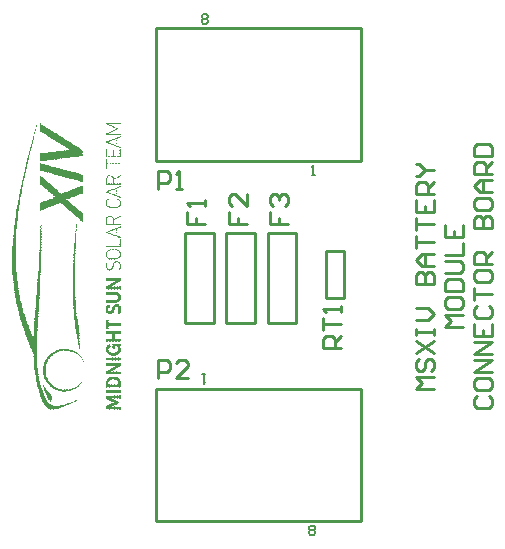
<source format=gto>
G04*
G04 #@! TF.GenerationSoftware,Altium Limited,Altium Designer,19.1.7 (138)*
G04*
G04 Layer_Color=65535*
%FSLAX25Y25*%
%MOIN*%
G70*
G01*
G75*
%ADD10C,0.01000*%
%ADD11C,0.00591*%
G36*
X9010Y129715D02*
X8887D01*
Y129838D01*
X9010D01*
Y129715D01*
D02*
G37*
G36*
X8887Y129593D02*
X9010D01*
Y129470D01*
X8887D01*
Y129593D01*
X8764D01*
Y129715D01*
X8887D01*
Y129593D01*
D02*
G37*
G36*
X36725D02*
X32800D01*
Y129470D01*
X32923D01*
Y129348D01*
X33046D01*
Y129225D01*
X33168D01*
Y129348D01*
X33291D01*
Y129225D01*
X33413D01*
Y129102D01*
X33781D01*
Y128980D01*
X34027D01*
Y128857D01*
X34272D01*
Y128734D01*
X34517D01*
Y128612D01*
X34762D01*
Y128489D01*
X35008D01*
Y128366D01*
X35253D01*
Y128244D01*
X35621D01*
Y128121D01*
X35743D01*
Y127753D01*
X35498D01*
Y127631D01*
X35253D01*
Y127508D01*
X34885D01*
Y127385D01*
X34762D01*
Y127263D01*
X34395D01*
Y127140D01*
X34272D01*
Y127017D01*
X33904D01*
Y126895D01*
X33781D01*
Y126772D01*
X33659D01*
Y126895D01*
X33536D01*
Y126772D01*
X33413D01*
Y126650D01*
X33291D01*
Y126527D01*
X32923D01*
Y126404D01*
X32800D01*
Y126282D01*
X36725D01*
Y125914D01*
X31819D01*
Y126036D01*
X31942D01*
Y126159D01*
X31819D01*
Y126282D01*
X31942D01*
Y126404D01*
X32187D01*
Y126527D01*
X32432D01*
Y126650D01*
X32800D01*
Y126772D01*
X32923D01*
Y126895D01*
X33291D01*
Y127017D01*
X33413D01*
Y127140D01*
X33781D01*
Y127263D01*
X33904D01*
Y127385D01*
X34027D01*
Y127263D01*
X34149D01*
Y127385D01*
X34272D01*
Y127508D01*
X34395D01*
Y127631D01*
X34517D01*
Y127508D01*
X34640D01*
Y127631D01*
X34762D01*
Y127753D01*
X34885D01*
Y127876D01*
X35008D01*
Y127753D01*
X35130D01*
Y127876D01*
X35253D01*
Y127998D01*
X35130D01*
Y128121D01*
X34885D01*
Y128244D01*
X34640D01*
Y128366D01*
X34272D01*
Y128489D01*
X34149D01*
Y128612D01*
X34027D01*
Y128489D01*
X33904D01*
Y128612D01*
X33781D01*
Y128734D01*
X33659D01*
Y128857D01*
X33291D01*
Y128980D01*
X33168D01*
Y129102D01*
X33046D01*
Y128980D01*
X32923D01*
Y129102D01*
X32800D01*
Y129225D01*
X32678D01*
Y129348D01*
X32555D01*
Y129225D01*
X32432D01*
Y129348D01*
X32310D01*
Y129470D01*
X31942D01*
Y129593D01*
X31819D01*
Y129715D01*
X31942D01*
Y129838D01*
X31819D01*
Y129961D01*
X36725D01*
Y129593D01*
D02*
G37*
G36*
Y125055D02*
X36602D01*
Y124933D01*
X36234D01*
Y124810D01*
X36111D01*
Y124933D01*
X35989D01*
Y124810D01*
X35866D01*
Y124687D01*
X35621D01*
Y124442D01*
X35498D01*
Y124320D01*
X35621D01*
Y123952D01*
X35498D01*
Y123829D01*
X35621D01*
Y123461D01*
X35498D01*
Y123338D01*
X35621D01*
Y122971D01*
X35498D01*
Y122848D01*
X35621D01*
Y122480D01*
X35498D01*
Y122357D01*
X35621D01*
Y122235D01*
X35989D01*
Y122112D01*
X36357D01*
Y121990D01*
X36725D01*
Y121622D01*
X36357D01*
Y121744D01*
X35989D01*
Y121867D01*
X35866D01*
Y121990D01*
X35743D01*
Y121867D01*
X35621D01*
Y121990D01*
X35253D01*
Y122112D01*
X35130D01*
Y122235D01*
X35008D01*
Y122112D01*
X34885D01*
Y122235D01*
X34762D01*
Y122357D01*
X34395D01*
Y122480D01*
X34027D01*
Y122603D01*
X33904D01*
Y122725D01*
X33781D01*
Y122603D01*
X33659D01*
Y122725D01*
X33291D01*
Y122848D01*
X33168D01*
Y122971D01*
X33046D01*
Y122848D01*
X32923D01*
Y122971D01*
X32678D01*
Y123093D01*
X32432D01*
Y123216D01*
X32065D01*
Y123338D01*
X31942D01*
Y123461D01*
X31819D01*
Y123584D01*
X31942D01*
Y123706D01*
X32187D01*
Y123829D01*
X32432D01*
Y123952D01*
X32555D01*
Y123829D01*
X32678D01*
Y123952D01*
X32800D01*
Y124074D01*
X33168D01*
Y124197D01*
X33291D01*
Y124074D01*
X33413D01*
Y124197D01*
X33536D01*
Y124320D01*
X33904D01*
Y124442D01*
X34272D01*
Y124565D01*
X34395D01*
Y124687D01*
X34517D01*
Y124565D01*
X34640D01*
Y124687D01*
X34885D01*
Y124810D01*
X35130D01*
Y124933D01*
X35498D01*
Y125055D01*
X35866D01*
Y125178D01*
X36234D01*
Y125301D01*
X36602D01*
Y125423D01*
X36725D01*
Y125055D01*
D02*
G37*
G36*
X10113Y129593D02*
X10236D01*
Y129470D01*
X10359D01*
Y129348D01*
X10481D01*
Y129225D01*
X10604D01*
Y129348D01*
X10727D01*
Y129225D01*
X10849D01*
Y129102D01*
X10972D01*
Y128980D01*
X11217D01*
Y128857D01*
X11462D01*
Y128734D01*
X11585D01*
Y128612D01*
X11708D01*
Y128489D01*
X11830D01*
Y128612D01*
X11953D01*
Y128366D01*
X12198D01*
Y128244D01*
X12321D01*
Y128121D01*
X12566D01*
Y127998D01*
X12811D01*
Y127876D01*
X12934D01*
Y127753D01*
X13057D01*
Y127631D01*
X13179D01*
Y127508D01*
X13302D01*
Y127631D01*
X13424D01*
Y127508D01*
X13547D01*
Y127385D01*
X13670D01*
Y127263D01*
X13915D01*
Y127140D01*
X14160D01*
Y127017D01*
X14283D01*
Y126895D01*
X14405D01*
Y126772D01*
X14528D01*
Y126895D01*
X14651D01*
Y126650D01*
X14896D01*
Y126527D01*
X15019D01*
Y126404D01*
X15386D01*
Y126282D01*
X15509D01*
Y126159D01*
X15632D01*
Y126036D01*
X15877D01*
Y125914D01*
X16122D01*
Y125791D01*
X16245D01*
Y125669D01*
X16368D01*
Y125546D01*
X16613D01*
Y125423D01*
X16858D01*
Y125301D01*
X16981D01*
Y125178D01*
X17103D01*
Y125055D01*
X17226D01*
Y125178D01*
X17349D01*
Y125055D01*
X17471D01*
Y124933D01*
X17594D01*
Y124810D01*
X17839D01*
Y124687D01*
X18084D01*
Y124565D01*
X18207D01*
Y124442D01*
X18330D01*
Y124320D01*
X18575D01*
Y124197D01*
X18820D01*
Y124074D01*
X18943D01*
Y123952D01*
X19065D01*
Y123829D01*
X19433D01*
Y123706D01*
X19556D01*
Y123584D01*
X19679D01*
Y123461D01*
X19801D01*
Y123338D01*
X19924D01*
Y123461D01*
X20047D01*
Y123338D01*
X20169D01*
Y123216D01*
X20292D01*
Y123093D01*
X20537D01*
Y122971D01*
X20782D01*
Y122848D01*
X20905D01*
Y122725D01*
X21028D01*
Y122603D01*
X21150D01*
Y122725D01*
X21273D01*
Y122480D01*
X21518D01*
Y122357D01*
X21641D01*
Y122235D01*
X22009D01*
Y122112D01*
X22131D01*
Y121990D01*
X22254D01*
Y121867D01*
X22499D01*
Y121744D01*
X22745D01*
Y121622D01*
X22867D01*
Y121499D01*
X22990D01*
Y121376D01*
X23235D01*
Y121254D01*
X23480D01*
Y121131D01*
X23603D01*
Y121009D01*
X23726D01*
Y120886D01*
X24093D01*
Y120763D01*
X24216D01*
Y120641D01*
X24093D01*
Y120763D01*
X23971D01*
Y120641D01*
X24093D01*
Y120273D01*
X24216D01*
Y120150D01*
X24093D01*
Y119782D01*
X24216D01*
Y119659D01*
X24093D01*
Y119782D01*
X23971D01*
Y119659D01*
X24093D01*
Y119292D01*
X24216D01*
Y119169D01*
X24093D01*
Y118924D01*
X23603D01*
Y118801D01*
X23235D01*
Y118678D01*
X23112D01*
Y118801D01*
X22745D01*
Y118678D01*
X22622D01*
Y118801D01*
X22499D01*
Y118678D01*
X21641D01*
Y118556D01*
X21028D01*
Y118433D01*
X20905D01*
Y118556D01*
X20782D01*
Y118433D01*
X20660D01*
Y118556D01*
X20537D01*
Y118433D01*
X20414D01*
Y118556D01*
X20292D01*
Y118433D01*
X19924D01*
Y118310D01*
X19065D01*
Y118188D01*
X18943D01*
Y118310D01*
X18820D01*
Y118188D01*
X18698D01*
Y118310D01*
X18575D01*
Y118188D01*
X17717D01*
Y118065D01*
X17103D01*
Y117943D01*
X16981D01*
Y118065D01*
X16858D01*
Y117943D01*
X16736D01*
Y118065D01*
X16613D01*
Y117943D01*
X16000D01*
Y117820D01*
X15877D01*
Y117943D01*
X15754D01*
Y117820D01*
X15386D01*
Y117697D01*
X15264D01*
Y117820D01*
X15141D01*
Y117697D01*
X15019D01*
Y117820D01*
X14896D01*
Y117697D01*
X14773D01*
Y117820D01*
X14651D01*
Y117697D01*
X14038D01*
Y117575D01*
X13179D01*
Y117452D01*
X13057D01*
Y117575D01*
X12934D01*
Y117452D01*
X12075D01*
Y117330D01*
X11462D01*
Y117207D01*
X11340D01*
Y117330D01*
X11217D01*
Y117207D01*
X11094D01*
Y117330D01*
X10972D01*
Y117207D01*
X10849D01*
Y117330D01*
X10727D01*
Y117207D01*
X10113D01*
Y117084D01*
X9991D01*
Y117207D01*
X9868D01*
Y119782D01*
X10481D01*
Y119905D01*
X10604D01*
Y119782D01*
X10727D01*
Y119905D01*
X11340D01*
Y120027D01*
X11462D01*
Y119905D01*
X11585D01*
Y120027D01*
X11708D01*
Y119905D01*
X11830D01*
Y120027D01*
X11953D01*
Y119905D01*
X12075D01*
Y120027D01*
X12689D01*
Y120150D01*
X12811D01*
Y120027D01*
X12934D01*
Y120150D01*
X13792D01*
Y120273D01*
X13915D01*
Y120150D01*
X14038D01*
Y120273D01*
X14160D01*
Y120150D01*
X14283D01*
Y120273D01*
X14896D01*
Y120395D01*
X15019D01*
Y120273D01*
X15141D01*
Y120395D01*
X15754D01*
Y120518D01*
X15877D01*
Y120395D01*
X16000D01*
Y120518D01*
X16122D01*
Y120395D01*
X16245D01*
Y120518D01*
X17103D01*
Y120641D01*
X17226D01*
Y120518D01*
X17349D01*
Y120641D01*
X17717D01*
Y120763D01*
X17839D01*
Y120641D01*
X17962D01*
Y120763D01*
X18084D01*
Y120641D01*
X18207D01*
Y120763D01*
X18330D01*
Y120641D01*
X18452D01*
Y120763D01*
X18575D01*
Y120641D01*
X18698D01*
Y120763D01*
X19188D01*
Y120886D01*
X19924D01*
Y121009D01*
X19679D01*
Y121254D01*
X19556D01*
Y121131D01*
X19433D01*
Y121254D01*
X19311D01*
Y121376D01*
X19188D01*
Y121499D01*
X19065D01*
Y121376D01*
X18943D01*
Y121499D01*
X18820D01*
Y121622D01*
X18698D01*
Y121744D01*
X18575D01*
Y121867D01*
X18207D01*
Y121990D01*
X18084D01*
Y122112D01*
X17962D01*
Y122235D01*
X17839D01*
Y122112D01*
X17717D01*
Y122357D01*
X17471D01*
Y122480D01*
X17349D01*
Y122603D01*
X17226D01*
Y122725D01*
X17103D01*
Y122603D01*
X16981D01*
Y122725D01*
X16858D01*
Y122848D01*
X16736D01*
Y122971D01*
X16490D01*
Y123093D01*
X16245D01*
Y123216D01*
X16122D01*
Y123338D01*
X16000D01*
Y123461D01*
X15632D01*
Y123584D01*
X15509D01*
Y123706D01*
X15386D01*
Y123584D01*
X15264D01*
Y123829D01*
X15019D01*
Y123952D01*
X14896D01*
Y124074D01*
X14773D01*
Y124197D01*
X14405D01*
Y124320D01*
X14283D01*
Y124442D01*
X14160D01*
Y124565D01*
X13792D01*
Y124687D01*
X13670D01*
Y124810D01*
X13547D01*
Y124933D01*
X13302D01*
Y125055D01*
X13057D01*
Y125178D01*
X12934D01*
Y125301D01*
X12566D01*
Y125423D01*
X12443D01*
Y125546D01*
X12321D01*
Y125669D01*
X12198D01*
Y125791D01*
X11830D01*
Y125914D01*
X11708D01*
Y126036D01*
X11585D01*
Y126159D01*
X11462D01*
Y126036D01*
X11340D01*
Y126282D01*
X11094D01*
Y126404D01*
X10972D01*
Y126527D01*
X10604D01*
Y126650D01*
X10481D01*
Y126772D01*
X10359D01*
Y126895D01*
X10113D01*
Y127017D01*
X9868D01*
Y129715D01*
X10113D01*
Y129593D01*
D02*
G37*
G36*
X36725Y118433D02*
X36602D01*
Y118556D01*
X36479D01*
Y118433D01*
X36357D01*
Y118556D01*
X36234D01*
Y118433D01*
X36111D01*
Y118556D01*
X35989D01*
Y118433D01*
X35866D01*
Y118556D01*
X35743D01*
Y118433D01*
X35621D01*
Y118556D01*
X35498D01*
Y118433D01*
X35376D01*
Y118556D01*
X35253D01*
Y118433D01*
X35130D01*
Y118556D01*
X35008D01*
Y118433D01*
X34885D01*
Y118556D01*
X34762D01*
Y118433D01*
X34640D01*
Y118556D01*
X34517D01*
Y118433D01*
X34395D01*
Y118556D01*
X34272D01*
Y118433D01*
X34149D01*
Y118556D01*
X34027D01*
Y118433D01*
X33904D01*
Y118556D01*
X33781D01*
Y118433D01*
X33659D01*
Y118556D01*
X33536D01*
Y118433D01*
X33413D01*
Y118556D01*
X33291D01*
Y118433D01*
X33168D01*
Y118556D01*
X33046D01*
Y118433D01*
X32923D01*
Y118556D01*
X32800D01*
Y118433D01*
X32678D01*
Y118556D01*
X32555D01*
Y118433D01*
X32432D01*
Y118556D01*
X32310D01*
Y118433D01*
X32187D01*
Y118556D01*
X32065D01*
Y118433D01*
X31942D01*
Y118556D01*
X31819D01*
Y118678D01*
X31942D01*
Y118801D01*
X31819D01*
Y118924D01*
X31942D01*
Y119046D01*
X31819D01*
Y119169D01*
X31942D01*
Y119292D01*
X31819D01*
Y119414D01*
X31942D01*
Y119537D01*
X31819D01*
Y119659D01*
X31942D01*
Y119782D01*
X31819D01*
Y119905D01*
X31942D01*
Y120027D01*
X31819D01*
Y120150D01*
X31942D01*
Y120273D01*
X31819D01*
Y120395D01*
X31942D01*
Y120518D01*
X31819D01*
Y120641D01*
X31942D01*
Y120763D01*
X31819D01*
Y120886D01*
X31942D01*
Y121009D01*
X31819D01*
Y121131D01*
X31942D01*
Y121254D01*
X32065D01*
Y121131D01*
X32187D01*
Y121009D01*
X32065D01*
Y120886D01*
X32187D01*
Y120518D01*
X32065D01*
Y120395D01*
X32187D01*
Y120027D01*
X32065D01*
Y119905D01*
X32187D01*
Y119537D01*
X32065D01*
Y119414D01*
X32187D01*
Y119046D01*
X32065D01*
Y118924D01*
X32187D01*
Y118801D01*
X32310D01*
Y118678D01*
X32432D01*
Y118801D01*
X32800D01*
Y118678D01*
X32923D01*
Y118801D01*
X33291D01*
Y118678D01*
X33413D01*
Y118801D01*
X33781D01*
Y118678D01*
X33904D01*
Y118801D01*
X34149D01*
Y120886D01*
X34395D01*
Y120763D01*
X34517D01*
Y120641D01*
X34395D01*
Y120273D01*
X34517D01*
Y120150D01*
X34395D01*
Y119782D01*
X34517D01*
Y119659D01*
X34395D01*
Y119292D01*
X34517D01*
Y119169D01*
X34395D01*
Y118801D01*
X34762D01*
Y118678D01*
X34885D01*
Y118801D01*
X35253D01*
Y118678D01*
X35376D01*
Y118801D01*
X35743D01*
Y118678D01*
X35866D01*
Y118801D01*
X36234D01*
Y118678D01*
X36357D01*
Y118801D01*
X36479D01*
Y119169D01*
X36357D01*
Y119292D01*
X36479D01*
Y119659D01*
X36357D01*
Y119782D01*
X36479D01*
Y120150D01*
X36357D01*
Y120273D01*
X36479D01*
Y120641D01*
X36357D01*
Y120763D01*
X36479D01*
Y121131D01*
X36602D01*
Y121254D01*
X36725D01*
Y118433D01*
D02*
G37*
G36*
X32187Y117575D02*
X32065D01*
Y117452D01*
X32187D01*
Y117084D01*
X32065D01*
Y116962D01*
X32187D01*
Y116594D01*
X32065D01*
Y116471D01*
X32187D01*
Y116348D01*
X32310D01*
Y116471D01*
X32678D01*
Y116348D01*
X32800D01*
Y116471D01*
X32923D01*
Y116348D01*
X33046D01*
Y116471D01*
X33168D01*
Y116348D01*
X33291D01*
Y116471D01*
X33659D01*
Y116348D01*
X33781D01*
Y116471D01*
X33904D01*
Y116348D01*
X34027D01*
Y116471D01*
X34149D01*
Y116348D01*
X34272D01*
Y116471D01*
X34640D01*
Y116348D01*
X34762D01*
Y116471D01*
X34885D01*
Y116348D01*
X35008D01*
Y116471D01*
X35130D01*
Y116348D01*
X35253D01*
Y116471D01*
X35621D01*
Y116348D01*
X35743D01*
Y116471D01*
X35866D01*
Y116348D01*
X35989D01*
Y116471D01*
X36111D01*
Y116348D01*
X36234D01*
Y116471D01*
X36602D01*
Y116348D01*
X36725D01*
Y116103D01*
X32065D01*
Y115981D01*
X32187D01*
Y115613D01*
X32065D01*
Y115490D01*
X32187D01*
Y115122D01*
X32065D01*
Y114999D01*
X32187D01*
Y114632D01*
X31819D01*
Y114754D01*
X31942D01*
Y114877D01*
X31819D01*
Y114999D01*
X31942D01*
Y115122D01*
X31819D01*
Y115245D01*
X31942D01*
Y115367D01*
X31819D01*
Y115490D01*
X31942D01*
Y115613D01*
X31819D01*
Y115735D01*
X31942D01*
Y115858D01*
X31819D01*
Y115981D01*
X31942D01*
Y116103D01*
X31819D01*
Y116226D01*
X31942D01*
Y116348D01*
X31819D01*
Y116471D01*
X31942D01*
Y116594D01*
X31819D01*
Y116716D01*
X31942D01*
Y116839D01*
X31819D01*
Y116962D01*
X31942D01*
Y117084D01*
X31819D01*
Y117207D01*
X31942D01*
Y117330D01*
X31819D01*
Y117452D01*
X31942D01*
Y117575D01*
X31819D01*
Y117697D01*
X31942D01*
Y117820D01*
X32065D01*
Y117943D01*
X32187D01*
Y117575D01*
D02*
G37*
G36*
X36725Y112056D02*
X36602D01*
Y111934D01*
X36479D01*
Y111811D01*
X36357D01*
Y111934D01*
X36234D01*
Y111811D01*
X36111D01*
Y111688D01*
X35989D01*
Y111566D01*
X35621D01*
Y111443D01*
X35498D01*
Y111320D01*
X35376D01*
Y111443D01*
X35253D01*
Y111320D01*
X35130D01*
Y111198D01*
X35008D01*
Y111075D01*
X34885D01*
Y111198D01*
X34762D01*
Y111075D01*
X34640D01*
Y110953D01*
X34517D01*
Y109604D01*
X34640D01*
Y109726D01*
X34762D01*
Y109604D01*
X34885D01*
Y109726D01*
X35008D01*
Y109604D01*
X35130D01*
Y109726D01*
X35253D01*
Y109604D01*
X35376D01*
Y109726D01*
X35498D01*
Y109604D01*
X35621D01*
Y109726D01*
X35743D01*
Y109604D01*
X35866D01*
Y109726D01*
X35989D01*
Y109604D01*
X36111D01*
Y109726D01*
X36234D01*
Y109604D01*
X36357D01*
Y109726D01*
X36479D01*
Y109604D01*
X36602D01*
Y109726D01*
X36725D01*
Y109358D01*
X31942D01*
Y109481D01*
X31819D01*
Y109604D01*
X31942D01*
Y109726D01*
X31819D01*
Y109849D01*
X31942D01*
Y109971D01*
X31819D01*
Y110094D01*
X31942D01*
Y110217D01*
X31819D01*
Y110339D01*
X31942D01*
Y110462D01*
X31819D01*
Y110585D01*
X31942D01*
Y110707D01*
X31819D01*
Y110830D01*
X31942D01*
Y110953D01*
X31819D01*
Y111075D01*
X31942D01*
Y111198D01*
X31819D01*
Y111320D01*
X31942D01*
Y111688D01*
X32065D01*
Y111811D01*
X31942D01*
Y111934D01*
X32187D01*
Y112179D01*
X32555D01*
Y112302D01*
X32678D01*
Y112424D01*
X32800D01*
Y112302D01*
X32923D01*
Y112424D01*
X33291D01*
Y112302D01*
X33413D01*
Y112424D01*
X33536D01*
Y112302D01*
X33904D01*
Y112179D01*
X34027D01*
Y112056D01*
X34272D01*
Y111811D01*
X34395D01*
Y111688D01*
X34517D01*
Y111320D01*
X34640D01*
Y111443D01*
X34885D01*
Y111566D01*
X35130D01*
Y111688D01*
X35376D01*
Y111811D01*
X35621D01*
Y111934D01*
X35743D01*
Y111811D01*
X35866D01*
Y112056D01*
X36111D01*
Y112179D01*
X36479D01*
Y112302D01*
X36602D01*
Y112424D01*
X36725D01*
Y112056D01*
D02*
G37*
G36*
X10113Y116348D02*
X10236D01*
Y116226D01*
X10359D01*
Y116348D01*
X10481D01*
Y116226D01*
X10849D01*
Y116103D01*
X11462D01*
Y115981D01*
X11830D01*
Y115858D01*
X12198D01*
Y115735D01*
X12321D01*
Y115858D01*
X12443D01*
Y115735D01*
X12811D01*
Y115613D01*
X13179D01*
Y115490D01*
X13302D01*
Y115613D01*
X13424D01*
Y115490D01*
X13670D01*
Y115367D01*
X14160D01*
Y115245D01*
X14651D01*
Y115122D01*
X14896D01*
Y114999D01*
X15019D01*
Y115122D01*
X15141D01*
Y114999D01*
X15509D01*
Y114877D01*
X15877D01*
Y114754D01*
X16000D01*
Y114877D01*
X16122D01*
Y114754D01*
X16245D01*
Y114877D01*
X16368D01*
Y114754D01*
X16490D01*
Y114632D01*
X16858D01*
Y114509D01*
X16981D01*
Y114632D01*
X17103D01*
Y114509D01*
X17471D01*
Y114386D01*
X17594D01*
Y114264D01*
X17717D01*
Y114386D01*
X17839D01*
Y114264D01*
X18207D01*
Y114141D01*
X18575D01*
Y114018D01*
X18698D01*
Y114141D01*
X18820D01*
Y114018D01*
X19188D01*
Y113896D01*
X19556D01*
Y113773D01*
X19679D01*
Y113896D01*
X19801D01*
Y113773D01*
X20169D01*
Y113651D01*
X20292D01*
Y113528D01*
X20414D01*
Y113651D01*
X20537D01*
Y113528D01*
X20660D01*
Y113651D01*
X20782D01*
Y113528D01*
X20905D01*
Y113405D01*
X21518D01*
Y113283D01*
X21641D01*
Y113405D01*
X21763D01*
Y113283D01*
X21886D01*
Y113160D01*
X22254D01*
Y113037D01*
X22377D01*
Y113160D01*
X22499D01*
Y113037D01*
X22867D01*
Y112915D01*
X22990D01*
Y112792D01*
X23112D01*
Y112915D01*
X23235D01*
Y112792D01*
X23358D01*
Y112915D01*
X23480D01*
Y112792D01*
X23603D01*
Y112669D01*
X24093D01*
Y112424D01*
X24216D01*
Y112302D01*
X24093D01*
Y111934D01*
X24216D01*
Y111811D01*
X24093D01*
Y111934D01*
X23971D01*
Y111811D01*
X24093D01*
Y111443D01*
X24216D01*
Y111320D01*
X24093D01*
Y110953D01*
X24216D01*
Y110830D01*
X24093D01*
Y110953D01*
X23971D01*
Y110830D01*
X24093D01*
Y110462D01*
X24216D01*
Y110339D01*
X24093D01*
Y110217D01*
X23848D01*
Y110339D01*
X23603D01*
Y110462D01*
X23480D01*
Y110339D01*
X23358D01*
Y110462D01*
X22990D01*
Y110585D01*
X22622D01*
Y110707D01*
X22499D01*
Y110585D01*
X22377D01*
Y110707D01*
X22009D01*
Y110830D01*
X21641D01*
Y110953D01*
X21518D01*
Y110830D01*
X21396D01*
Y110953D01*
X21150D01*
Y111075D01*
X20905D01*
Y111198D01*
X20782D01*
Y111075D01*
X20660D01*
Y111198D01*
X20169D01*
Y111320D01*
X19924D01*
Y111443D01*
X19801D01*
Y111320D01*
X19679D01*
Y111443D01*
X19311D01*
Y111566D01*
X18943D01*
Y111688D01*
X18820D01*
Y111566D01*
X18698D01*
Y111688D01*
X18330D01*
Y111811D01*
X18207D01*
Y111934D01*
X18084D01*
Y111811D01*
X17962D01*
Y111934D01*
X17839D01*
Y111811D01*
X17717D01*
Y111934D01*
X17594D01*
Y112056D01*
X17471D01*
Y111934D01*
X17349D01*
Y112056D01*
X17226D01*
Y112179D01*
X17103D01*
Y112056D01*
X16981D01*
Y112179D01*
X16613D01*
Y112302D01*
X16245D01*
Y112424D01*
X16122D01*
Y112302D01*
X16000D01*
Y112424D01*
X15877D01*
Y112302D01*
X15754D01*
Y112424D01*
X15632D01*
Y112547D01*
X15264D01*
Y112669D01*
X15141D01*
Y112547D01*
X15019D01*
Y112669D01*
X14651D01*
Y112792D01*
X14283D01*
Y112915D01*
X13792D01*
Y113037D01*
X13547D01*
Y113160D01*
X13424D01*
Y113037D01*
X13302D01*
Y113160D01*
X12934D01*
Y113283D01*
X12811D01*
Y113405D01*
X12689D01*
Y113283D01*
X12566D01*
Y113405D01*
X12443D01*
Y113283D01*
X12321D01*
Y113405D01*
X11953D01*
Y113528D01*
X11585D01*
Y113651D01*
X11462D01*
Y113528D01*
X11340D01*
Y113651D01*
X11094D01*
Y113773D01*
X10604D01*
Y113896D01*
X10481D01*
Y113773D01*
X10359D01*
Y113896D01*
X10236D01*
Y114018D01*
X9868D01*
Y116471D01*
X10113D01*
Y116348D01*
D02*
G37*
G36*
X24216Y108868D02*
X24093D01*
Y108991D01*
X24216D01*
Y108868D01*
D02*
G37*
G36*
X36725Y108377D02*
X36357D01*
Y108255D01*
X35989D01*
Y108132D01*
X35621D01*
Y107764D01*
X35498D01*
Y107641D01*
X35621D01*
Y107274D01*
X35498D01*
Y107151D01*
X35621D01*
Y106783D01*
X35498D01*
Y106660D01*
X35621D01*
Y106292D01*
X35498D01*
Y106170D01*
X35621D01*
Y105802D01*
X35498D01*
Y105679D01*
X35866D01*
Y105557D01*
X36234D01*
Y105434D01*
X36357D01*
Y105557D01*
X36479D01*
Y105312D01*
X36725D01*
Y104944D01*
X36602D01*
Y105066D01*
X36479D01*
Y104944D01*
X36357D01*
Y105066D01*
X36234D01*
Y105189D01*
X35866D01*
Y105312D01*
X35498D01*
Y105434D01*
X35376D01*
Y105557D01*
X35253D01*
Y105434D01*
X35130D01*
Y105557D01*
X34762D01*
Y105679D01*
X34640D01*
Y105802D01*
X34517D01*
Y105679D01*
X34395D01*
Y105802D01*
X34272D01*
Y105925D01*
X33904D01*
Y106047D01*
X33536D01*
Y106170D01*
X33168D01*
Y106292D01*
X32800D01*
Y106415D01*
X32432D01*
Y106538D01*
X32187D01*
Y106660D01*
X31942D01*
Y106783D01*
X31819D01*
Y106906D01*
X31942D01*
Y107028D01*
X32065D01*
Y107151D01*
X32187D01*
Y107274D01*
X32310D01*
Y107151D01*
X32432D01*
Y107274D01*
X32678D01*
Y107396D01*
X32923D01*
Y107519D01*
X33413D01*
Y107641D01*
X33659D01*
Y107764D01*
X34027D01*
Y107887D01*
X34395D01*
Y108009D01*
X34762D01*
Y108132D01*
X35130D01*
Y108255D01*
X35376D01*
Y108377D01*
X35621D01*
Y108500D01*
X35743D01*
Y108377D01*
X35866D01*
Y108500D01*
X35989D01*
Y108623D01*
X36357D01*
Y108745D01*
X36725D01*
Y108377D01*
D02*
G37*
G36*
X9991Y112302D02*
X10113D01*
Y112179D01*
X10236D01*
Y112056D01*
X10359D01*
Y111934D01*
X10481D01*
Y111811D01*
X10727D01*
Y111566D01*
X10972D01*
Y111443D01*
X11094D01*
Y111320D01*
X11217D01*
Y111198D01*
X11462D01*
Y111075D01*
X11585D01*
Y110953D01*
X11708D01*
Y110830D01*
X11830D01*
Y110707D01*
X11953D01*
Y110585D01*
X12075D01*
Y110462D01*
X12198D01*
Y110339D01*
X12321D01*
Y110217D01*
X12443D01*
Y110094D01*
X12566D01*
Y109971D01*
X12689D01*
Y109849D01*
X12934D01*
Y109726D01*
X13179D01*
Y109358D01*
X13302D01*
Y109481D01*
X13424D01*
Y109358D01*
X13547D01*
Y109236D01*
X13670D01*
Y109113D01*
X13792D01*
Y108991D01*
X13915D01*
Y108868D01*
X14038D01*
Y108745D01*
X14160D01*
Y108623D01*
X14283D01*
Y108500D01*
X14405D01*
Y108377D01*
X14528D01*
Y108255D01*
X14651D01*
Y108132D01*
X14896D01*
Y107887D01*
X15141D01*
Y107764D01*
X15386D01*
Y107641D01*
X15509D01*
Y107519D01*
X15632D01*
Y107396D01*
X15754D01*
Y107274D01*
X15877D01*
Y107151D01*
X16000D01*
Y107028D01*
X16122D01*
Y106906D01*
X16245D01*
Y106783D01*
X16368D01*
Y106660D01*
X16490D01*
Y106538D01*
X16613D01*
Y106415D01*
X16736D01*
Y106292D01*
X17103D01*
Y106415D01*
X17226D01*
Y106538D01*
X17349D01*
Y106415D01*
X17471D01*
Y106538D01*
X17594D01*
Y106415D01*
X17717D01*
Y106660D01*
X17962D01*
Y106783D01*
X18084D01*
Y106660D01*
X18207D01*
Y106783D01*
X18452D01*
Y106906D01*
X18698D01*
Y107028D01*
X19065D01*
Y107151D01*
X19433D01*
Y107274D01*
X19801D01*
Y107396D01*
X19924D01*
Y107519D01*
X20047D01*
Y107396D01*
X20169D01*
Y107519D01*
X20292D01*
Y107641D01*
X20660D01*
Y107764D01*
X21028D01*
Y107887D01*
X21150D01*
Y108009D01*
X21273D01*
Y107887D01*
X21396D01*
Y108009D01*
X21641D01*
Y108132D01*
X21886D01*
Y108255D01*
X22254D01*
Y108377D01*
X22622D01*
Y108500D01*
X22990D01*
Y108623D01*
X23112D01*
Y108745D01*
X23235D01*
Y108623D01*
X23358D01*
Y108745D01*
X23480D01*
Y108868D01*
X23848D01*
Y108991D01*
X23971D01*
Y108868D01*
X24093D01*
Y108500D01*
X24216D01*
Y108377D01*
X24093D01*
Y108009D01*
X24216D01*
Y107887D01*
X24093D01*
Y108009D01*
X23971D01*
Y107887D01*
X24093D01*
Y107519D01*
X24216D01*
Y107396D01*
X24093D01*
Y107028D01*
X24216D01*
Y106906D01*
X24093D01*
Y107028D01*
X23971D01*
Y106906D01*
X24093D01*
Y106538D01*
X24216D01*
Y106415D01*
X24093D01*
Y106292D01*
X23726D01*
Y106170D01*
X23358D01*
Y106047D01*
X23235D01*
Y105925D01*
X23112D01*
Y106047D01*
X22990D01*
Y105925D01*
X22745D01*
Y105802D01*
X22499D01*
Y105679D01*
X22377D01*
Y105802D01*
X22254D01*
Y105679D01*
X22131D01*
Y105557D01*
X21763D01*
Y105434D01*
X21641D01*
Y105557D01*
X21518D01*
Y105434D01*
X21396D01*
Y105312D01*
X21028D01*
Y105189D01*
X20782D01*
Y105066D01*
X20537D01*
Y104944D01*
X20414D01*
Y105066D01*
X20292D01*
Y104944D01*
X20169D01*
Y104821D01*
X19801D01*
Y104698D01*
X19433D01*
Y104576D01*
X19311D01*
Y104453D01*
X19188D01*
Y104576D01*
X19065D01*
Y104453D01*
X18698D01*
Y104330D01*
X18820D01*
Y104208D01*
X18943D01*
Y104085D01*
X19065D01*
Y103963D01*
X19188D01*
Y104085D01*
X19311D01*
Y103717D01*
X19556D01*
Y103472D01*
X19679D01*
Y103595D01*
X19801D01*
Y103349D01*
X20047D01*
Y103227D01*
X20169D01*
Y103104D01*
X20292D01*
Y102981D01*
X20414D01*
Y102859D01*
X20537D01*
Y102736D01*
X20660D01*
Y102614D01*
X20782D01*
Y102491D01*
X21028D01*
Y102246D01*
X21150D01*
Y102368D01*
X21273D01*
Y102246D01*
X21396D01*
Y102123D01*
X21518D01*
Y102000D01*
X21641D01*
Y101878D01*
X21763D01*
Y101755D01*
X21886D01*
Y101632D01*
X22009D01*
Y101510D01*
X22131D01*
Y101387D01*
X22254D01*
Y101265D01*
X22377D01*
Y101142D01*
X22499D01*
Y101019D01*
X22745D01*
Y100774D01*
X22867D01*
Y100897D01*
X22990D01*
Y100651D01*
X23235D01*
Y100529D01*
X23358D01*
Y100406D01*
X23480D01*
Y100284D01*
X23603D01*
Y100161D01*
X23726D01*
Y100038D01*
X23848D01*
Y99916D01*
X23971D01*
Y99793D01*
X24093D01*
Y99670D01*
X24216D01*
Y99548D01*
X24093D01*
Y99180D01*
X24216D01*
Y99057D01*
X24093D01*
Y99180D01*
X23971D01*
Y99057D01*
X24093D01*
Y98689D01*
X24216D01*
Y98567D01*
X24093D01*
Y98199D01*
X24216D01*
Y98076D01*
X24093D01*
Y98199D01*
X23971D01*
Y98076D01*
X24093D01*
Y97708D01*
X24216D01*
Y97586D01*
X24093D01*
Y97218D01*
X24216D01*
Y97095D01*
X24093D01*
Y97218D01*
X23971D01*
Y97095D01*
X24093D01*
Y96973D01*
X23971D01*
Y97095D01*
X23848D01*
Y97218D01*
X23603D01*
Y97340D01*
X23358D01*
Y97586D01*
X23112D01*
Y97831D01*
X22867D01*
Y97953D01*
X22745D01*
Y98076D01*
X22622D01*
Y98199D01*
X22499D01*
Y98321D01*
X22377D01*
Y98444D01*
X22254D01*
Y98567D01*
X22131D01*
Y98689D01*
X22009D01*
Y98812D01*
X21886D01*
Y98935D01*
X21641D01*
Y99180D01*
X21396D01*
Y99303D01*
X21150D01*
Y99425D01*
X21028D01*
Y99548D01*
X20905D01*
Y99670D01*
X20782D01*
Y99793D01*
X20660D01*
Y99916D01*
X20537D01*
Y100038D01*
X20414D01*
Y100161D01*
X20292D01*
Y100284D01*
X20169D01*
Y100406D01*
X20047D01*
Y100529D01*
X19924D01*
Y100651D01*
X19801D01*
Y100529D01*
X19679D01*
Y100897D01*
X19556D01*
Y100774D01*
X19433D01*
Y101019D01*
X19188D01*
Y101265D01*
X18943D01*
Y101387D01*
X18820D01*
Y101510D01*
X18698D01*
Y101632D01*
X18575D01*
Y101755D01*
X18452D01*
Y101878D01*
X18330D01*
Y102000D01*
X18207D01*
Y102123D01*
X18084D01*
Y102246D01*
X17962D01*
Y102368D01*
X17717D01*
Y102614D01*
X17471D01*
Y102736D01*
X17226D01*
Y102859D01*
X17103D01*
Y102981D01*
X16981D01*
Y103104D01*
X16858D01*
Y103227D01*
X16490D01*
Y103104D01*
X16368D01*
Y102981D01*
X16245D01*
Y103104D01*
X16122D01*
Y102981D01*
X16000D01*
Y102859D01*
X15632D01*
Y102736D01*
X15509D01*
Y102859D01*
X15386D01*
Y102736D01*
X15264D01*
Y102614D01*
X14896D01*
Y102491D01*
X14651D01*
Y102368D01*
X14405D01*
Y102246D01*
X14283D01*
Y102368D01*
X14160D01*
Y102246D01*
X14038D01*
Y102123D01*
X13670D01*
Y102000D01*
X13302D01*
Y101878D01*
X13179D01*
Y101755D01*
X13057D01*
Y101878D01*
X12934D01*
Y101755D01*
X12689D01*
Y101632D01*
X12443D01*
Y101510D01*
X12321D01*
Y101632D01*
X12198D01*
Y101510D01*
X12075D01*
Y101387D01*
X11708D01*
Y101265D01*
X11462D01*
Y101142D01*
X11217D01*
Y101019D01*
X10849D01*
Y100897D01*
X10481D01*
Y100774D01*
X10113D01*
Y100651D01*
X9991D01*
Y100529D01*
X9868D01*
Y103227D01*
X10113D01*
Y103349D01*
X10359D01*
Y103472D01*
X10604D01*
Y103595D01*
X10727D01*
Y103472D01*
X10849D01*
Y103595D01*
X10972D01*
Y103717D01*
X11340D01*
Y103840D01*
X11708D01*
Y103963D01*
X11830D01*
Y104085D01*
X11953D01*
Y103963D01*
X12075D01*
Y104085D01*
X12321D01*
Y104208D01*
X12566D01*
Y104330D01*
X12934D01*
Y104453D01*
X13302D01*
Y104576D01*
X13547D01*
Y104698D01*
X13792D01*
Y104821D01*
X13915D01*
Y104698D01*
X14038D01*
Y104821D01*
X14160D01*
Y104944D01*
X14283D01*
Y105066D01*
X14405D01*
Y104944D01*
X14528D01*
Y105066D01*
X14773D01*
Y105189D01*
X15019D01*
Y105312D01*
X14773D01*
Y105557D01*
X14651D01*
Y105434D01*
X14528D01*
Y105557D01*
X14405D01*
Y105679D01*
X14283D01*
Y105802D01*
X14160D01*
Y105925D01*
X14038D01*
Y106047D01*
X13915D01*
Y106170D01*
X13792D01*
Y106292D01*
X13670D01*
Y106415D01*
X13547D01*
Y106538D01*
X13424D01*
Y106415D01*
X13302D01*
Y106660D01*
X13179D01*
Y106783D01*
X13057D01*
Y106906D01*
X12811D01*
Y107028D01*
X12689D01*
Y107151D01*
X12566D01*
Y107274D01*
X12443D01*
Y107396D01*
X12321D01*
Y107519D01*
X12198D01*
Y107641D01*
X12075D01*
Y107764D01*
X11953D01*
Y107887D01*
X11830D01*
Y108009D01*
X11585D01*
Y108132D01*
X11340D01*
Y108377D01*
X11094D01*
Y108500D01*
X10972D01*
Y108623D01*
X10849D01*
Y108745D01*
X10727D01*
Y108868D01*
X10604D01*
Y108991D01*
X10481D01*
Y109113D01*
X10359D01*
Y109236D01*
X10113D01*
Y109358D01*
X9868D01*
Y112424D01*
X9991D01*
Y112302D01*
D02*
G37*
G36*
X36234Y104453D02*
X36357D01*
Y104330D01*
X36479D01*
Y104208D01*
X36602D01*
Y103963D01*
X36725D01*
Y103472D01*
X36847D01*
Y103349D01*
X36725D01*
Y103227D01*
X36847D01*
Y103104D01*
X36725D01*
Y102981D01*
X36847D01*
Y102859D01*
X36725D01*
Y102246D01*
X36602D01*
Y102123D01*
X36479D01*
Y102000D01*
X36357D01*
Y101878D01*
X36234D01*
Y101755D01*
X36111D01*
Y101878D01*
X35989D01*
Y101755D01*
X35866D01*
Y101632D01*
X35498D01*
Y101510D01*
X35376D01*
Y101632D01*
X35253D01*
Y101510D01*
X35130D01*
Y101632D01*
X35008D01*
Y101510D01*
X34885D01*
Y101632D01*
X34762D01*
Y101510D01*
X34640D01*
Y101632D01*
X34517D01*
Y101510D01*
X34395D01*
Y101632D01*
X34272D01*
Y101510D01*
X34149D01*
Y101632D01*
X34027D01*
Y101510D01*
X33904D01*
Y101632D01*
X33781D01*
Y101510D01*
X33659D01*
Y101632D01*
X33536D01*
Y101510D01*
X33413D01*
Y101632D01*
X33291D01*
Y101510D01*
X33168D01*
Y101632D01*
X33046D01*
Y101510D01*
X32923D01*
Y101632D01*
X32800D01*
Y101755D01*
X32432D01*
Y101878D01*
X32310D01*
Y102000D01*
X32187D01*
Y102123D01*
X32065D01*
Y102246D01*
X31942D01*
Y102614D01*
X31819D01*
Y103472D01*
X31942D01*
Y103595D01*
X31819D01*
Y103717D01*
X31942D01*
Y104085D01*
X32065D01*
Y104208D01*
X32187D01*
Y104330D01*
X32310D01*
Y104453D01*
X32432D01*
Y104576D01*
X33046D01*
Y104453D01*
X32923D01*
Y104330D01*
X32800D01*
Y104208D01*
X32555D01*
Y104085D01*
X32310D01*
Y103717D01*
X32187D01*
Y103595D01*
X32065D01*
Y103472D01*
X32187D01*
Y103349D01*
X32065D01*
Y102736D01*
X32187D01*
Y102491D01*
X32310D01*
Y102246D01*
X32555D01*
Y102123D01*
X32800D01*
Y102000D01*
X32923D01*
Y102123D01*
X33046D01*
Y102000D01*
X33168D01*
Y101878D01*
X35498D01*
Y102000D01*
X35866D01*
Y102123D01*
X35989D01*
Y102246D01*
X36111D01*
Y102368D01*
X36357D01*
Y102614D01*
X36479D01*
Y103472D01*
X36357D01*
Y103595D01*
X36479D01*
Y103717D01*
X36357D01*
Y104085D01*
X35989D01*
Y104208D01*
X35866D01*
Y104330D01*
X35621D01*
Y104576D01*
X36234D01*
Y104453D01*
D02*
G37*
G36*
X36725Y98567D02*
X36602D01*
Y98444D01*
X36234D01*
Y98321D01*
X36111D01*
Y98199D01*
X35989D01*
Y98076D01*
X35866D01*
Y98199D01*
X35743D01*
Y98076D01*
X35621D01*
Y97953D01*
X35253D01*
Y97831D01*
X35130D01*
Y97708D01*
X34762D01*
Y97586D01*
X34517D01*
Y96237D01*
X34762D01*
Y96114D01*
X34885D01*
Y96237D01*
X35253D01*
Y96114D01*
X35376D01*
Y96237D01*
X35743D01*
Y96114D01*
X35866D01*
Y96237D01*
X36234D01*
Y96114D01*
X36357D01*
Y96237D01*
X36725D01*
Y95869D01*
X35130D01*
Y95991D01*
X35008D01*
Y95869D01*
X33168D01*
Y95991D01*
X33046D01*
Y95869D01*
X31942D01*
Y95991D01*
X31819D01*
Y96114D01*
X31942D01*
Y96237D01*
X31819D01*
Y96359D01*
X31942D01*
Y96482D01*
X31819D01*
Y96605D01*
X31942D01*
Y96727D01*
X31819D01*
Y96850D01*
X31942D01*
Y96973D01*
X31819D01*
Y97095D01*
X31942D01*
Y97218D01*
X31819D01*
Y97340D01*
X31942D01*
Y97463D01*
X31819D01*
Y97586D01*
X31942D01*
Y97708D01*
X31819D01*
Y97831D01*
X31942D01*
Y97953D01*
X31819D01*
Y98076D01*
X31942D01*
Y98444D01*
X32065D01*
Y98567D01*
X32187D01*
Y98689D01*
X32432D01*
Y98812D01*
X32678D01*
Y98935D01*
X33536D01*
Y98812D01*
X33659D01*
Y98935D01*
X33781D01*
Y98812D01*
X34027D01*
Y98689D01*
X34149D01*
Y98567D01*
X34272D01*
Y98321D01*
X34395D01*
Y98199D01*
X34517D01*
Y97831D01*
X34640D01*
Y97953D01*
X34762D01*
Y98076D01*
X34885D01*
Y98199D01*
X35008D01*
Y98076D01*
X35130D01*
Y98199D01*
X35253D01*
Y98321D01*
X35621D01*
Y98444D01*
X35743D01*
Y98567D01*
X36111D01*
Y98689D01*
X36357D01*
Y98812D01*
X36602D01*
Y98935D01*
X36725D01*
Y98567D01*
D02*
G37*
G36*
X8887Y129102D02*
X8764D01*
Y128489D01*
X8642D01*
Y128121D01*
X8519D01*
Y127508D01*
X8397D01*
Y127140D01*
X8274D01*
Y126527D01*
X8151D01*
Y126404D01*
X8274D01*
Y126282D01*
X8151D01*
Y126036D01*
X8028D01*
Y125546D01*
X7906D01*
Y125178D01*
X7783D01*
Y125055D01*
X7906D01*
Y124933D01*
X7783D01*
Y124565D01*
X7661D01*
Y124442D01*
X7783D01*
Y124320D01*
X7661D01*
Y123952D01*
X7538D01*
Y123584D01*
X7415D01*
Y123461D01*
X7538D01*
Y123338D01*
X7415D01*
Y122971D01*
X7293D01*
Y122357D01*
X7170D01*
Y121990D01*
X7047D01*
Y121376D01*
X6925D01*
Y121254D01*
X6802D01*
Y121131D01*
X6925D01*
Y121009D01*
X6802D01*
Y120395D01*
X6680D01*
Y120027D01*
X6557D01*
Y119414D01*
X6434D01*
Y119292D01*
X6312D01*
Y119169D01*
X6434D01*
Y119046D01*
X6312D01*
Y118433D01*
X6189D01*
Y118065D01*
X6066D01*
Y117943D01*
X6189D01*
Y117820D01*
X6066D01*
Y117452D01*
X5944D01*
Y117330D01*
X6066D01*
Y117207D01*
X5944D01*
Y116839D01*
X5821D01*
Y116226D01*
X5698D01*
Y115858D01*
X5576D01*
Y115245D01*
X5453D01*
Y115122D01*
X5576D01*
Y114999D01*
X5453D01*
Y114877D01*
X5331D01*
Y114754D01*
X5453D01*
Y114632D01*
X5331D01*
Y114264D01*
X5208D01*
Y114141D01*
X5331D01*
Y114018D01*
X5208D01*
Y113651D01*
X5085D01*
Y113037D01*
X4963D01*
Y112915D01*
X5085D01*
Y112792D01*
X4963D01*
Y112669D01*
X4840D01*
Y112547D01*
X4963D01*
Y112424D01*
X4840D01*
Y112056D01*
X4718D01*
Y111934D01*
X4840D01*
Y111811D01*
X4718D01*
Y111443D01*
X4595D01*
Y110830D01*
X4472D01*
Y110462D01*
X4350D01*
Y110339D01*
X4472D01*
Y110217D01*
X4350D01*
Y109604D01*
X4227D01*
Y109481D01*
X4350D01*
Y109358D01*
X4227D01*
Y109236D01*
X4104D01*
Y109113D01*
X4227D01*
Y108991D01*
X4104D01*
Y108377D01*
X3982D01*
Y108255D01*
X4104D01*
Y108132D01*
X3982D01*
Y107764D01*
X3859D01*
Y107151D01*
X3736D01*
Y107028D01*
X3859D01*
Y106906D01*
X3736D01*
Y106292D01*
X3614D01*
Y105679D01*
X3491D01*
Y105557D01*
X3614D01*
Y105434D01*
X3491D01*
Y105066D01*
X3368D01*
Y104944D01*
X3491D01*
Y104821D01*
X3368D01*
Y104208D01*
X3246D01*
Y104085D01*
X3368D01*
Y103963D01*
X3246D01*
Y103595D01*
X3123D01*
Y102491D01*
X3001D01*
Y102123D01*
X2878D01*
Y102000D01*
X3001D01*
Y101878D01*
X2878D01*
Y101019D01*
X2755D01*
Y100897D01*
X2878D01*
Y100774D01*
X2755D01*
Y100406D01*
X2633D01*
Y100284D01*
X2755D01*
Y100161D01*
X2633D01*
Y99057D01*
X2510D01*
Y98935D01*
X2633D01*
Y98812D01*
X2510D01*
Y98689D01*
X2633D01*
Y98567D01*
X2510D01*
Y98444D01*
X2387D01*
Y98321D01*
X2510D01*
Y98199D01*
X2387D01*
Y97095D01*
X2265D01*
Y96973D01*
X2387D01*
Y96850D01*
X2265D01*
Y96482D01*
X2142D01*
Y96359D01*
X2265D01*
Y95991D01*
X2142D01*
Y95869D01*
X2265D01*
Y95746D01*
X2142D01*
Y94642D01*
X2019D01*
Y94520D01*
X2142D01*
Y94397D01*
X2019D01*
Y94274D01*
X2142D01*
Y94152D01*
X2019D01*
Y94029D01*
X2142D01*
Y93907D01*
X2019D01*
Y93293D01*
X1897D01*
Y93171D01*
X2019D01*
Y93048D01*
X1897D01*
Y92926D01*
X2019D01*
Y92803D01*
X1897D01*
Y92680D01*
X2019D01*
Y92558D01*
X1897D01*
Y90964D01*
X1774D01*
Y90841D01*
X1897D01*
Y90718D01*
X1774D01*
Y90596D01*
X1897D01*
Y90473D01*
X1774D01*
Y90350D01*
X1897D01*
Y90228D01*
X1774D01*
Y90105D01*
X1897D01*
Y89982D01*
X1774D01*
Y89860D01*
X1897D01*
Y89737D01*
X1774D01*
Y89614D01*
X1897D01*
Y89492D01*
X1774D01*
Y89124D01*
X1897D01*
Y89001D01*
X1774D01*
Y88633D01*
X1897D01*
Y88511D01*
X1774D01*
Y84709D01*
X1897D01*
Y84587D01*
X1774D01*
Y84219D01*
X1897D01*
Y84096D01*
X1774D01*
Y83973D01*
X1897D01*
Y83851D01*
X1774D01*
Y83728D01*
X1897D01*
Y83605D01*
X1774D01*
Y83483D01*
X1897D01*
Y83360D01*
X1774D01*
Y83238D01*
X1897D01*
Y83115D01*
X1774D01*
Y82992D01*
X1897D01*
Y81398D01*
X2019D01*
Y81275D01*
X1897D01*
Y80908D01*
X2019D01*
Y80785D01*
X1897D01*
Y80662D01*
X2019D01*
Y80540D01*
X1897D01*
Y80417D01*
X2019D01*
Y80049D01*
X2142D01*
Y79927D01*
X2019D01*
Y79804D01*
X2142D01*
Y79681D01*
X2019D01*
Y79559D01*
X2142D01*
Y78455D01*
X2265D01*
Y78332D01*
X2142D01*
Y78210D01*
X2265D01*
Y77842D01*
X2142D01*
Y77719D01*
X2265D01*
Y77351D01*
X2387D01*
Y77229D01*
X2265D01*
Y77106D01*
X2387D01*
Y76248D01*
X2510D01*
Y76125D01*
X2387D01*
Y76002D01*
X2510D01*
Y75880D01*
X2633D01*
Y75757D01*
X2510D01*
Y75634D01*
X2633D01*
Y75512D01*
X2510D01*
Y75389D01*
X2633D01*
Y74776D01*
X2755D01*
Y74653D01*
X2633D01*
Y74531D01*
X2755D01*
Y74408D01*
X2633D01*
Y74285D01*
X2755D01*
Y74163D01*
X2878D01*
Y74040D01*
X2755D01*
Y73918D01*
X2878D01*
Y73304D01*
X3001D01*
Y73182D01*
X2878D01*
Y73059D01*
X3001D01*
Y72691D01*
X3123D01*
Y71833D01*
X3246D01*
Y71465D01*
X3368D01*
Y71342D01*
X3246D01*
Y71220D01*
X3368D01*
Y70852D01*
X3491D01*
Y70729D01*
X3368D01*
Y70606D01*
X3491D01*
Y70484D01*
X3614D01*
Y70361D01*
X3491D01*
Y70239D01*
X3614D01*
Y69871D01*
X3736D01*
Y69257D01*
X3859D01*
Y68644D01*
X3982D01*
Y68522D01*
X4104D01*
Y68399D01*
X3982D01*
Y68276D01*
X4104D01*
Y67909D01*
X4227D01*
Y67786D01*
X4104D01*
Y67663D01*
X4227D01*
Y67541D01*
X4350D01*
Y67418D01*
X4227D01*
Y67295D01*
X4350D01*
Y66927D01*
X4472D01*
Y66805D01*
X4595D01*
Y66682D01*
X4472D01*
Y66805D01*
X4350D01*
Y66682D01*
X4472D01*
Y66559D01*
X4595D01*
Y66192D01*
X4718D01*
Y65824D01*
X4840D01*
Y65211D01*
X4963D01*
Y65088D01*
X5085D01*
Y64475D01*
X5208D01*
Y64352D01*
X5331D01*
Y63739D01*
X5453D01*
Y63616D01*
X5576D01*
Y63248D01*
X5698D01*
Y63126D01*
X5576D01*
Y63003D01*
X5698D01*
Y62881D01*
X5821D01*
Y62513D01*
X5944D01*
Y62390D01*
X6066D01*
Y62267D01*
X5944D01*
Y62145D01*
X6066D01*
Y61777D01*
X6189D01*
Y61654D01*
X6312D01*
Y61286D01*
X6434D01*
Y60918D01*
X6557D01*
Y60550D01*
X6680D01*
Y60428D01*
X6802D01*
Y60060D01*
X6925D01*
Y59937D01*
X7047D01*
Y59815D01*
X6925D01*
Y59692D01*
X7047D01*
Y59570D01*
X7170D01*
Y59202D01*
X7293D01*
Y58834D01*
X7415D01*
Y58711D01*
X7538D01*
Y58343D01*
X7661D01*
Y58220D01*
X7783D01*
Y58343D01*
X7661D01*
Y58466D01*
X7783D01*
Y58588D01*
X7661D01*
Y58711D01*
X7783D01*
Y59079D01*
X7661D01*
Y59202D01*
X7783D01*
Y59815D01*
X7906D01*
Y59937D01*
X7783D01*
Y60060D01*
X7906D01*
Y60183D01*
X7783D01*
Y60305D01*
X7906D01*
Y60428D01*
X7783D01*
Y60550D01*
X7906D01*
Y60673D01*
X7783D01*
Y60796D01*
X7906D01*
Y62635D01*
X8028D01*
Y62758D01*
X7906D01*
Y62881D01*
X8028D01*
Y63003D01*
X7906D01*
Y63126D01*
X8028D01*
Y63248D01*
X7906D01*
Y63371D01*
X8028D01*
Y63984D01*
X8151D01*
Y64107D01*
X8028D01*
Y64475D01*
X8151D01*
Y64597D01*
X8028D01*
Y64720D01*
X8151D01*
Y64843D01*
X8028D01*
Y64965D01*
X8151D01*
Y66314D01*
X8274D01*
Y66437D01*
X8151D01*
Y66559D01*
X8274D01*
Y66682D01*
X8151D01*
Y66805D01*
X8274D01*
Y66927D01*
X8151D01*
Y67050D01*
X8274D01*
Y67663D01*
X8397D01*
Y67786D01*
X8274D01*
Y67909D01*
X8397D01*
Y68031D01*
X8274D01*
Y68154D01*
X8397D01*
Y69503D01*
X8519D01*
Y69625D01*
X8397D01*
Y69748D01*
X8519D01*
Y69871D01*
X8397D01*
Y69993D01*
X8519D01*
Y70116D01*
X8397D01*
Y70239D01*
X8519D01*
Y70606D01*
X8397D01*
Y70729D01*
X8519D01*
Y70852D01*
X8642D01*
Y70974D01*
X8519D01*
Y71097D01*
X8642D01*
Y71220D01*
X8519D01*
Y71342D01*
X8642D01*
Y72691D01*
X8764D01*
Y72814D01*
X8642D01*
Y72936D01*
X8764D01*
Y73550D01*
X8887D01*
Y73672D01*
X8764D01*
Y74040D01*
X8887D01*
Y74163D01*
X8764D01*
Y74285D01*
X8887D01*
Y74408D01*
X8764D01*
Y74531D01*
X8887D01*
Y75880D01*
X9010D01*
Y76002D01*
X8887D01*
Y76125D01*
X9010D01*
Y76248D01*
X8887D01*
Y76370D01*
X9010D01*
Y76493D01*
X8887D01*
Y76615D01*
X9010D01*
Y76738D01*
X9132D01*
Y76861D01*
X9010D01*
Y76983D01*
X9132D01*
Y77106D01*
X9010D01*
Y77229D01*
X9132D01*
Y77351D01*
X9010D01*
Y77474D01*
X9132D01*
Y77596D01*
X9010D01*
Y77719D01*
X9132D01*
Y79068D01*
X9255D01*
Y79191D01*
X9132D01*
Y79313D01*
X9255D01*
Y79436D01*
X9132D01*
Y79559D01*
X9255D01*
Y79681D01*
X9132D01*
Y79804D01*
X9255D01*
Y80417D01*
X9377D01*
Y80540D01*
X9255D01*
Y80662D01*
X9377D01*
Y80785D01*
X9255D01*
Y80908D01*
X9377D01*
Y82747D01*
X9500D01*
Y82870D01*
X9377D01*
Y82992D01*
X9500D01*
Y84096D01*
X9623D01*
Y84219D01*
X9500D01*
Y84587D01*
X9623D01*
Y84709D01*
X9500D01*
Y84832D01*
X9623D01*
Y86426D01*
X9745D01*
Y86549D01*
X9623D01*
Y86917D01*
X9745D01*
Y87039D01*
X9623D01*
Y87162D01*
X9745D01*
Y87284D01*
X9623D01*
Y87407D01*
X9745D01*
Y87530D01*
X9623D01*
Y87652D01*
X9745D01*
Y87775D01*
X9868D01*
Y87898D01*
X9745D01*
Y88266D01*
X9868D01*
Y88388D01*
X9745D01*
Y88511D01*
X9868D01*
Y88633D01*
X9745D01*
Y88756D01*
X9868D01*
Y88879D01*
X9745D01*
Y89001D01*
X9868D01*
Y89124D01*
X9745D01*
Y89247D01*
X9868D01*
Y91577D01*
X9991D01*
Y91699D01*
X9868D01*
Y91822D01*
X9991D01*
Y91944D01*
X9868D01*
Y92067D01*
X9991D01*
Y92190D01*
X9868D01*
Y92312D01*
X9991D01*
Y92435D01*
X9868D01*
Y92558D01*
X9991D01*
Y92680D01*
X9868D01*
Y92803D01*
X9991D01*
Y92926D01*
X9868D01*
Y93048D01*
X9991D01*
Y93171D01*
X9868D01*
Y93293D01*
X9991D01*
Y93661D01*
X9868D01*
Y93784D01*
X9991D01*
Y94397D01*
X10113D01*
Y94520D01*
X9991D01*
Y94642D01*
X10113D01*
Y94765D01*
X9991D01*
Y94888D01*
X10113D01*
Y95010D01*
X9991D01*
Y95133D01*
X10113D01*
Y95256D01*
X9991D01*
Y95378D01*
X10113D01*
Y95746D01*
X9991D01*
Y95869D01*
X10113D01*
Y99548D01*
X10236D01*
Y98567D01*
X10359D01*
Y98444D01*
X10236D01*
Y98321D01*
X10359D01*
Y98199D01*
X10236D01*
Y98076D01*
X10359D01*
Y97953D01*
X10236D01*
Y97831D01*
X10359D01*
Y97708D01*
X10236D01*
Y97586D01*
X10359D01*
Y97463D01*
X10236D01*
Y97340D01*
X10359D01*
Y97218D01*
X10481D01*
Y97095D01*
X10359D01*
Y97218D01*
X10236D01*
Y97095D01*
X10359D01*
Y96237D01*
X10481D01*
Y96114D01*
X10359D01*
Y95746D01*
X10481D01*
Y95623D01*
X10359D01*
Y95256D01*
X10481D01*
Y95133D01*
X10359D01*
Y95010D01*
X10481D01*
Y94888D01*
X10359D01*
Y94765D01*
X10481D01*
Y94642D01*
X10359D01*
Y94520D01*
X10481D01*
Y94397D01*
X10359D01*
Y94274D01*
X10481D01*
Y94152D01*
X10359D01*
Y94029D01*
X10481D01*
Y93907D01*
X10359D01*
Y93784D01*
X10481D01*
Y93661D01*
X10359D01*
Y93539D01*
X10481D01*
Y93416D01*
X10359D01*
Y93293D01*
X10481D01*
Y93171D01*
X10359D01*
Y93048D01*
X10481D01*
Y92926D01*
X10359D01*
Y92803D01*
X10481D01*
Y92680D01*
X10359D01*
Y92558D01*
X10481D01*
Y92435D01*
X10359D01*
Y92312D01*
X10481D01*
Y92190D01*
X10359D01*
Y92067D01*
X10481D01*
Y91944D01*
X10359D01*
Y91822D01*
X10481D01*
Y91699D01*
X10359D01*
Y91577D01*
X10481D01*
Y91454D01*
X10359D01*
Y91331D01*
X10481D01*
Y91209D01*
X10359D01*
Y91086D01*
X10481D01*
Y90964D01*
X10359D01*
Y90841D01*
X10481D01*
Y90718D01*
X10359D01*
Y90596D01*
X10481D01*
Y90473D01*
X10359D01*
Y90350D01*
X10481D01*
Y90228D01*
X10359D01*
Y90105D01*
X10481D01*
Y89982D01*
X10359D01*
Y89860D01*
X10481D01*
Y89737D01*
X10359D01*
Y89614D01*
X10481D01*
Y89492D01*
X10359D01*
Y89369D01*
X10481D01*
Y89247D01*
X10359D01*
Y88879D01*
X10481D01*
Y88756D01*
X10359D01*
Y88388D01*
X10481D01*
Y88266D01*
X10359D01*
Y87407D01*
X10481D01*
Y87284D01*
X10359D01*
Y87407D01*
X10236D01*
Y87284D01*
X10359D01*
Y86917D01*
X10236D01*
Y86794D01*
X10359D01*
Y86671D01*
X10236D01*
Y86549D01*
X10359D01*
Y86426D01*
X10236D01*
Y86303D01*
X10359D01*
Y86181D01*
X10236D01*
Y86058D01*
X10359D01*
Y85935D01*
X10236D01*
Y85813D01*
X10359D01*
Y85690D01*
X10236D01*
Y85322D01*
X10359D01*
Y85200D01*
X10236D01*
Y82134D01*
X10113D01*
Y82011D01*
X10236D01*
Y81889D01*
X10113D01*
Y81766D01*
X10236D01*
Y81643D01*
X10113D01*
Y81521D01*
X10236D01*
Y81398D01*
X10113D01*
Y81275D01*
X10236D01*
Y81153D01*
X10113D01*
Y79804D01*
X9991D01*
Y79681D01*
X10113D01*
Y79313D01*
X9991D01*
Y79191D01*
X10113D01*
Y79068D01*
X9991D01*
Y78945D01*
X10113D01*
Y78823D01*
X9991D01*
Y78700D01*
X10113D01*
Y78578D01*
X9991D01*
Y76493D01*
X9868D01*
Y76370D01*
X9991D01*
Y76248D01*
X9868D01*
Y76125D01*
X9991D01*
Y76002D01*
X9868D01*
Y75880D01*
X9991D01*
Y75757D01*
X9868D01*
Y75634D01*
X9991D01*
Y75512D01*
X9868D01*
Y75144D01*
X9745D01*
Y75021D01*
X9868D01*
Y74653D01*
X9745D01*
Y74531D01*
X9868D01*
Y74408D01*
X9745D01*
Y74285D01*
X9868D01*
Y74163D01*
X9745D01*
Y74040D01*
X9868D01*
Y73918D01*
X9745D01*
Y72323D01*
X9623D01*
Y72201D01*
X9745D01*
Y72078D01*
X9623D01*
Y71955D01*
X9745D01*
Y71833D01*
X9623D01*
Y71710D01*
X9745D01*
Y71588D01*
X9623D01*
Y71465D01*
X9745D01*
Y71342D01*
X9623D01*
Y70974D01*
X9745D01*
Y70852D01*
X9623D01*
Y70484D01*
X9500D01*
Y70361D01*
X9623D01*
Y69993D01*
X9500D01*
Y69871D01*
X9623D01*
Y69748D01*
X9500D01*
Y67663D01*
X9377D01*
Y67541D01*
X9500D01*
Y67418D01*
X9377D01*
Y67295D01*
X9500D01*
Y67173D01*
X9377D01*
Y66805D01*
X9500D01*
Y66682D01*
X9377D01*
Y66805D01*
X9255D01*
Y66682D01*
X9377D01*
Y66314D01*
X9255D01*
Y66192D01*
X9377D01*
Y66069D01*
X9255D01*
Y65946D01*
X9377D01*
Y65824D01*
X9255D01*
Y65701D01*
X9377D01*
Y65579D01*
X9255D01*
Y65456D01*
X9377D01*
Y65333D01*
X9255D01*
Y65211D01*
X9377D01*
Y65088D01*
X9255D01*
Y63494D01*
X9132D01*
Y63371D01*
X9255D01*
Y63248D01*
X9132D01*
Y63126D01*
X9255D01*
Y63003D01*
X9132D01*
Y62881D01*
X9255D01*
Y62758D01*
X9132D01*
Y62635D01*
X9255D01*
Y62513D01*
X9132D01*
Y61654D01*
X9010D01*
Y61532D01*
X9132D01*
Y61409D01*
X9010D01*
Y61286D01*
X9132D01*
Y61164D01*
X9010D01*
Y61041D01*
X9132D01*
Y60918D01*
X9010D01*
Y60796D01*
X9132D01*
Y60673D01*
X9010D01*
Y60550D01*
X9132D01*
Y60428D01*
X9010D01*
Y58343D01*
X8887D01*
Y58220D01*
X9010D01*
Y58098D01*
X8887D01*
Y57975D01*
X9010D01*
Y57853D01*
X8887D01*
Y57730D01*
X9010D01*
Y57607D01*
X8887D01*
Y57485D01*
X9010D01*
Y57362D01*
X8887D01*
Y57240D01*
X9010D01*
Y57117D01*
X8887D01*
Y56994D01*
X9010D01*
Y56872D01*
X8887D01*
Y56749D01*
X9010D01*
Y56626D01*
X8887D01*
Y56504D01*
X9010D01*
Y56381D01*
X8887D01*
Y56013D01*
X9010D01*
Y55891D01*
X8887D01*
Y55523D01*
X9010D01*
Y55400D01*
X8887D01*
Y54051D01*
X8764D01*
Y53928D01*
X8887D01*
Y53561D01*
X8764D01*
Y53438D01*
X8887D01*
Y52089D01*
X9010D01*
Y51966D01*
X8887D01*
Y51598D01*
X9010D01*
Y51476D01*
X8887D01*
Y51108D01*
X9010D01*
Y50985D01*
X8887D01*
Y50863D01*
X9010D01*
Y50740D01*
X8887D01*
Y50617D01*
X9010D01*
Y50495D01*
X8887D01*
Y50372D01*
X9010D01*
Y50249D01*
X8887D01*
Y50127D01*
X9010D01*
Y50004D01*
X8887D01*
Y49882D01*
X9010D01*
Y48287D01*
X9132D01*
Y48165D01*
X9010D01*
Y48042D01*
X9132D01*
Y47919D01*
X9010D01*
Y47797D01*
X9132D01*
Y47429D01*
X9255D01*
Y47306D01*
X9132D01*
Y47184D01*
X9255D01*
Y47061D01*
X9132D01*
Y46938D01*
X9255D01*
Y46080D01*
X9377D01*
Y45957D01*
X9255D01*
Y45835D01*
X9377D01*
Y45712D01*
X9255D01*
Y45589D01*
X9377D01*
Y45467D01*
X9500D01*
Y44608D01*
X9623D01*
Y44240D01*
X9745D01*
Y44118D01*
X9623D01*
Y43995D01*
X9745D01*
Y43627D01*
X9868D01*
Y43505D01*
X9745D01*
Y43382D01*
X9868D01*
Y43259D01*
X9991D01*
Y43137D01*
X9868D01*
Y43014D01*
X9991D01*
Y42646D01*
X10113D01*
Y42524D01*
X9991D01*
Y42401D01*
X10113D01*
Y42278D01*
X10236D01*
Y41665D01*
X10359D01*
Y41543D01*
X10481D01*
Y40929D01*
X10604D01*
Y40807D01*
X10727D01*
Y40194D01*
X10849D01*
Y40071D01*
X10972D01*
Y39703D01*
X11094D01*
Y39335D01*
X11217D01*
Y38967D01*
X11340D01*
Y38844D01*
X11462D01*
Y38477D01*
X11585D01*
Y38231D01*
X11708D01*
Y37986D01*
X11830D01*
Y37863D01*
X11953D01*
Y37496D01*
X12075D01*
Y37373D01*
X12198D01*
Y37128D01*
X12321D01*
Y37005D01*
X12443D01*
Y36760D01*
X12566D01*
Y36637D01*
X12689D01*
Y36514D01*
X12811D01*
Y36392D01*
X12934D01*
Y36269D01*
X13179D01*
Y36147D01*
X13424D01*
Y36024D01*
X13547D01*
Y35901D01*
X13670D01*
Y35779D01*
X13792D01*
Y35901D01*
X13915D01*
Y35779D01*
X14283D01*
Y35656D01*
X14896D01*
Y35533D01*
X15019D01*
Y35656D01*
X15141D01*
Y35533D01*
X15264D01*
Y35656D01*
X15386D01*
Y35533D01*
X15509D01*
Y35656D01*
X15632D01*
Y35533D01*
X15754D01*
Y35656D01*
X15877D01*
Y35533D01*
X16000D01*
Y35656D01*
X16613D01*
Y35779D01*
X17226D01*
Y35901D01*
X17717D01*
Y36024D01*
X18207D01*
Y36147D01*
X18575D01*
Y36269D01*
X18943D01*
Y36392D01*
X19065D01*
Y36269D01*
X19188D01*
Y36392D01*
X19311D01*
Y36514D01*
X19433D01*
Y36392D01*
X19556D01*
Y36514D01*
X19679D01*
Y36637D01*
X19801D01*
Y36514D01*
X19924D01*
Y36637D01*
X20169D01*
Y36760D01*
X20414D01*
Y36882D01*
X20537D01*
Y36760D01*
X20660D01*
Y36882D01*
X20782D01*
Y37005D01*
X21150D01*
Y37128D01*
X21518D01*
Y37250D01*
X21641D01*
Y37373D01*
X21763D01*
Y37250D01*
X21886D01*
Y37373D01*
X22131D01*
Y37496D01*
X22377D01*
Y37618D01*
X22745D01*
Y37496D01*
X22622D01*
Y37373D01*
X22254D01*
Y37250D01*
X22131D01*
Y37128D01*
X21763D01*
Y37005D01*
X21518D01*
Y36882D01*
X21273D01*
Y36760D01*
X20905D01*
Y36637D01*
X20782D01*
Y36514D01*
X20414D01*
Y36392D01*
X20292D01*
Y36269D01*
X20169D01*
Y36392D01*
X20047D01*
Y36269D01*
X19924D01*
Y36147D01*
X19556D01*
Y36024D01*
X19433D01*
Y35901D01*
X19065D01*
Y35779D01*
X18698D01*
Y35656D01*
X18575D01*
Y35533D01*
X18452D01*
Y35656D01*
X18330D01*
Y35533D01*
X18207D01*
Y35411D01*
X17839D01*
Y35288D01*
X17594D01*
Y35166D01*
X17349D01*
Y35043D01*
X17226D01*
Y35166D01*
X17103D01*
Y35043D01*
X16981D01*
Y34920D01*
X16613D01*
Y34798D01*
X16245D01*
Y34675D01*
X15632D01*
Y34552D01*
X15019D01*
Y34430D01*
X14896D01*
Y34307D01*
X14773D01*
Y34430D01*
X14651D01*
Y34307D01*
X14528D01*
Y34430D01*
X14405D01*
Y34307D01*
X14283D01*
Y34430D01*
X14160D01*
Y34307D01*
X14038D01*
Y34430D01*
X13915D01*
Y34307D01*
X13792D01*
Y34430D01*
X13670D01*
Y34307D01*
X13547D01*
Y34430D01*
X13424D01*
Y34307D01*
X13302D01*
Y34430D01*
X13179D01*
Y34552D01*
X13057D01*
Y34430D01*
X12934D01*
Y34552D01*
X12811D01*
Y34675D01*
X12689D01*
Y34552D01*
X12566D01*
Y34675D01*
X12443D01*
Y34798D01*
X12321D01*
Y34920D01*
X12075D01*
Y35166D01*
X11953D01*
Y35043D01*
X11830D01*
Y35411D01*
X11585D01*
Y35656D01*
X11462D01*
Y35779D01*
X11340D01*
Y35901D01*
X11217D01*
Y36024D01*
X11094D01*
Y36392D01*
X10972D01*
Y36514D01*
X10849D01*
Y36882D01*
X10727D01*
Y37005D01*
X10604D01*
Y37373D01*
X10481D01*
Y37496D01*
X10359D01*
Y37618D01*
X10481D01*
Y37741D01*
X10359D01*
Y38109D01*
X10236D01*
Y38231D01*
X10113D01*
Y38599D01*
X9991D01*
Y38722D01*
X9868D01*
Y38844D01*
X9991D01*
Y38967D01*
X9868D01*
Y39335D01*
X9745D01*
Y39703D01*
X9623D01*
Y40071D01*
X9500D01*
Y40439D01*
X9377D01*
Y41052D01*
X9255D01*
Y41420D01*
X9132D01*
Y41788D01*
X9010D01*
Y41910D01*
X9132D01*
Y42033D01*
X9010D01*
Y42156D01*
X8887D01*
Y42769D01*
X8764D01*
Y42891D01*
X8887D01*
Y43014D01*
X8764D01*
Y43382D01*
X8642D01*
Y43995D01*
X8519D01*
Y44363D01*
X8397D01*
Y44486D01*
X8519D01*
Y44608D01*
X8397D01*
Y45467D01*
X8274D01*
Y45589D01*
X8397D01*
Y45712D01*
X8274D01*
Y45835D01*
X8151D01*
Y45957D01*
X8274D01*
Y46080D01*
X8151D01*
Y46202D01*
X8274D01*
Y46325D01*
X8151D01*
Y47184D01*
X8028D01*
Y47306D01*
X8151D01*
Y47429D01*
X8028D01*
Y47552D01*
X7906D01*
Y47674D01*
X8028D01*
Y48042D01*
X7906D01*
Y48165D01*
X8028D01*
Y48287D01*
X7906D01*
Y48410D01*
X8028D01*
Y48533D01*
X7906D01*
Y49882D01*
X7783D01*
Y50004D01*
X7906D01*
Y50127D01*
X7783D01*
Y50249D01*
X7906D01*
Y50372D01*
X7783D01*
Y50495D01*
X7906D01*
Y50617D01*
X7783D01*
Y51230D01*
X7661D01*
Y51353D01*
X7783D01*
Y51476D01*
X7661D01*
Y51598D01*
X7783D01*
Y51721D01*
X7661D01*
Y51844D01*
X7783D01*
Y51966D01*
X7661D01*
Y52089D01*
X7783D01*
Y52211D01*
X7661D01*
Y52334D01*
X7783D01*
Y52457D01*
X7661D01*
Y52579D01*
X7783D01*
Y52702D01*
X7661D01*
Y52825D01*
X7538D01*
Y53193D01*
X7415D01*
Y53561D01*
X7293D01*
Y53683D01*
X7170D01*
Y54051D01*
X7047D01*
Y54419D01*
X6925D01*
Y54787D01*
X6802D01*
Y54909D01*
X6680D01*
Y55277D01*
X6557D01*
Y55400D01*
X6434D01*
Y55523D01*
X6557D01*
Y55645D01*
X6434D01*
Y56013D01*
X6312D01*
Y56136D01*
X6189D01*
Y56504D01*
X6066D01*
Y56872D01*
X5944D01*
Y57240D01*
X5821D01*
Y57485D01*
X5698D01*
Y57730D01*
X5576D01*
Y58098D01*
X5453D01*
Y58466D01*
X5331D01*
Y58834D01*
X5208D01*
Y59202D01*
X5085D01*
Y59324D01*
X4963D01*
Y59937D01*
X4840D01*
Y60060D01*
X4718D01*
Y60428D01*
X4595D01*
Y60550D01*
X4718D01*
Y60673D01*
X4595D01*
Y60796D01*
X4472D01*
Y61409D01*
X4350D01*
Y61532D01*
X4227D01*
Y61900D01*
X4104D01*
Y62022D01*
X4227D01*
Y62145D01*
X4104D01*
Y62267D01*
X3982D01*
Y62635D01*
X3859D01*
Y62758D01*
X3982D01*
Y62881D01*
X3859D01*
Y63003D01*
X3736D01*
Y63616D01*
X3614D01*
Y63739D01*
X3491D01*
Y63862D01*
X3614D01*
Y63984D01*
X3491D01*
Y64352D01*
X3368D01*
Y64720D01*
X3246D01*
Y65333D01*
X3123D01*
Y65701D01*
X3001D01*
Y66069D01*
X2878D01*
Y66192D01*
X3001D01*
Y66314D01*
X2878D01*
Y66437D01*
X2755D01*
Y67050D01*
X2633D01*
Y67418D01*
X2510D01*
Y68031D01*
X2387D01*
Y68154D01*
X2510D01*
Y68276D01*
X2387D01*
Y68399D01*
X2265D01*
Y69012D01*
X2142D01*
Y69380D01*
X2019D01*
Y69503D01*
X2142D01*
Y69625D01*
X2019D01*
Y70239D01*
X1897D01*
Y70606D01*
X1774D01*
Y70729D01*
X1897D01*
Y70852D01*
X1774D01*
Y71465D01*
X1652D01*
Y72078D01*
X1529D01*
Y72936D01*
X1406D01*
Y73304D01*
X1284D01*
Y73427D01*
X1406D01*
Y73550D01*
X1284D01*
Y73672D01*
X1406D01*
Y73795D01*
X1284D01*
Y74163D01*
X1161D01*
Y74285D01*
X1284D01*
Y74408D01*
X1161D01*
Y74531D01*
X1284D01*
Y74653D01*
X1161D01*
Y75021D01*
X1039D01*
Y75144D01*
X1161D01*
Y75266D01*
X1039D01*
Y76370D01*
X916D01*
Y76493D01*
X1039D01*
Y76615D01*
X916D01*
Y76983D01*
X1039D01*
Y77106D01*
X916D01*
Y77229D01*
X793D01*
Y77351D01*
X916D01*
Y77474D01*
X793D01*
Y78823D01*
X671D01*
Y78945D01*
X793D01*
Y79068D01*
X671D01*
Y79191D01*
X793D01*
Y79313D01*
X671D01*
Y79927D01*
X548D01*
Y80049D01*
X671D01*
Y80172D01*
X548D01*
Y80294D01*
X671D01*
Y80417D01*
X548D01*
Y80540D01*
X671D01*
Y80662D01*
X548D01*
Y80785D01*
X671D01*
Y80908D01*
X548D01*
Y81030D01*
X671D01*
Y81153D01*
X548D01*
Y81275D01*
X671D01*
Y81398D01*
X548D01*
Y86671D01*
X671D01*
Y86794D01*
X548D01*
Y87162D01*
X671D01*
Y87284D01*
X548D01*
Y87407D01*
X671D01*
Y87530D01*
X548D01*
Y87652D01*
X671D01*
Y87775D01*
X548D01*
Y87898D01*
X671D01*
Y88020D01*
X548D01*
Y88143D01*
X671D01*
Y88266D01*
X548D01*
Y88388D01*
X671D01*
Y89001D01*
X793D01*
Y89124D01*
X671D01*
Y89247D01*
X793D01*
Y89369D01*
X671D01*
Y89492D01*
X793D01*
Y91086D01*
X916D01*
Y91209D01*
X793D01*
Y91331D01*
X916D01*
Y91454D01*
X793D01*
Y91577D01*
X916D01*
Y91699D01*
X1039D01*
Y91822D01*
X916D01*
Y92190D01*
X1039D01*
Y92312D01*
X916D01*
Y92435D01*
X1039D01*
Y92558D01*
X916D01*
Y92680D01*
X1039D01*
Y93784D01*
X1161D01*
Y93907D01*
X1039D01*
Y94029D01*
X1161D01*
Y94397D01*
X1284D01*
Y94520D01*
X1161D01*
Y94642D01*
X1284D01*
Y94765D01*
X1161D01*
Y94888D01*
X1284D01*
Y95746D01*
X1406D01*
Y95869D01*
X1284D01*
Y95991D01*
X1406D01*
Y96605D01*
X1529D01*
Y97708D01*
X1652D01*
Y98076D01*
X1529D01*
Y98199D01*
X1652D01*
Y98321D01*
X1774D01*
Y98444D01*
X1652D01*
Y98567D01*
X1774D01*
Y99180D01*
X1897D01*
Y99303D01*
X1774D01*
Y99425D01*
X1897D01*
Y99793D01*
X2019D01*
Y99916D01*
X1897D01*
Y100038D01*
X2019D01*
Y100897D01*
X2142D01*
Y101019D01*
X2019D01*
Y101142D01*
X2142D01*
Y101265D01*
X2265D01*
Y101387D01*
X2142D01*
Y101510D01*
X2265D01*
Y102123D01*
X2387D01*
Y102246D01*
X2265D01*
Y102368D01*
X2387D01*
Y102491D01*
X2510D01*
Y102614D01*
X2387D01*
Y102736D01*
X2510D01*
Y102859D01*
X2387D01*
Y102981D01*
X2510D01*
Y103595D01*
X2633D01*
Y103717D01*
X2510D01*
Y103840D01*
X2633D01*
Y104208D01*
X2755D01*
Y104821D01*
X2878D01*
Y104944D01*
X2755D01*
Y105066D01*
X2878D01*
Y105189D01*
X2755D01*
Y105312D01*
X2878D01*
Y105434D01*
X3001D01*
Y106292D01*
X3123D01*
Y106660D01*
X3246D01*
Y106783D01*
X3123D01*
Y106906D01*
X3246D01*
Y107519D01*
X3368D01*
Y107887D01*
X3491D01*
Y108500D01*
X3614D01*
Y108623D01*
X3491D01*
Y108745D01*
X3614D01*
Y108868D01*
X3491D01*
Y108991D01*
X3614D01*
Y109113D01*
X3736D01*
Y109726D01*
X3859D01*
Y110094D01*
X3982D01*
Y110217D01*
X3859D01*
Y110339D01*
X3982D01*
Y110707D01*
X4104D01*
Y110830D01*
X3982D01*
Y110953D01*
X4104D01*
Y111320D01*
X4227D01*
Y111443D01*
X4104D01*
Y111566D01*
X4227D01*
Y111934D01*
X4350D01*
Y112056D01*
X4227D01*
Y112179D01*
X4350D01*
Y112302D01*
X4472D01*
Y113160D01*
X4595D01*
Y113528D01*
X4718D01*
Y113896D01*
X4840D01*
Y114018D01*
X4718D01*
Y114141D01*
X4840D01*
Y114264D01*
X4963D01*
Y114386D01*
X4840D01*
Y114509D01*
X4963D01*
Y115122D01*
X5085D01*
Y115245D01*
X4963D01*
Y115367D01*
X5085D01*
Y115490D01*
X5208D01*
Y116103D01*
X5331D01*
Y116471D01*
X5453D01*
Y116594D01*
X5331D01*
Y116716D01*
X5453D01*
Y117084D01*
X5576D01*
Y117207D01*
X5453D01*
Y117330D01*
X5576D01*
Y117452D01*
X5698D01*
Y117575D01*
X5576D01*
Y117697D01*
X5698D01*
Y118065D01*
X5821D01*
Y118678D01*
X5944D01*
Y119046D01*
X6066D01*
Y119169D01*
X5944D01*
Y119292D01*
X6066D01*
Y119414D01*
X6189D01*
Y119537D01*
X6066D01*
Y119659D01*
X6189D01*
Y120027D01*
X6312D01*
Y120150D01*
X6189D01*
Y120273D01*
X6312D01*
Y120395D01*
X6434D01*
Y120518D01*
X6312D01*
Y120641D01*
X6434D01*
Y121009D01*
X6557D01*
Y121131D01*
X6434D01*
Y121254D01*
X6557D01*
Y121376D01*
X6680D01*
Y121990D01*
X6802D01*
Y122112D01*
X6925D01*
Y122235D01*
X6802D01*
Y122357D01*
X6925D01*
Y122971D01*
X7047D01*
Y123093D01*
X6925D01*
Y123216D01*
X7047D01*
Y123338D01*
X7170D01*
Y123952D01*
X7293D01*
Y124074D01*
X7415D01*
Y124197D01*
X7293D01*
Y124320D01*
X7415D01*
Y124933D01*
X7538D01*
Y125055D01*
X7661D01*
Y125178D01*
X7538D01*
Y125301D01*
X7661D01*
Y125669D01*
X7783D01*
Y125791D01*
X7661D01*
Y125914D01*
X7783D01*
Y126036D01*
X7906D01*
Y126650D01*
X8028D01*
Y127017D01*
X8151D01*
Y127631D01*
X8274D01*
Y127753D01*
X8397D01*
Y127876D01*
X8274D01*
Y127998D01*
X8397D01*
Y128366D01*
X8519D01*
Y128489D01*
X8397D01*
Y128612D01*
X8519D01*
Y128734D01*
X8642D01*
Y129348D01*
X8764D01*
Y129470D01*
X8887D01*
Y129102D01*
D02*
G37*
G36*
X36725Y94888D02*
X36602D01*
Y95010D01*
X36479D01*
Y94888D01*
X36234D01*
Y94765D01*
X35989D01*
Y94642D01*
X35866D01*
Y94765D01*
X35743D01*
Y94642D01*
X35621D01*
Y94520D01*
X35498D01*
Y94397D01*
X35621D01*
Y94029D01*
X35498D01*
Y93907D01*
X35621D01*
Y93539D01*
X35498D01*
Y93416D01*
X35621D01*
Y93048D01*
X35498D01*
Y92926D01*
X35621D01*
Y92558D01*
X35498D01*
Y92435D01*
X35621D01*
Y92312D01*
X35743D01*
Y92190D01*
X35866D01*
Y92067D01*
X36234D01*
Y91944D01*
X36357D01*
Y92067D01*
X36479D01*
Y91944D01*
X36602D01*
Y91822D01*
X36725D01*
Y91454D01*
X36602D01*
Y91577D01*
X36234D01*
Y91699D01*
X35866D01*
Y91822D01*
X35621D01*
Y91944D01*
X35376D01*
Y92067D01*
X35253D01*
Y91944D01*
X35130D01*
Y92067D01*
X35008D01*
Y92190D01*
X34885D01*
Y92312D01*
X34762D01*
Y92190D01*
X34640D01*
Y92312D01*
X34517D01*
Y92190D01*
X34395D01*
Y92312D01*
X34272D01*
Y92435D01*
X33904D01*
Y92558D01*
X33536D01*
Y92680D01*
X33413D01*
Y92803D01*
X33291D01*
Y92680D01*
X33168D01*
Y92803D01*
X32923D01*
Y92926D01*
X32678D01*
Y93048D01*
X32310D01*
Y93171D01*
X31942D01*
Y93293D01*
X31819D01*
Y93416D01*
X31942D01*
Y93661D01*
X32187D01*
Y93784D01*
X32310D01*
Y93661D01*
X32432D01*
Y93784D01*
X32555D01*
Y93907D01*
X32923D01*
Y94029D01*
X33291D01*
Y94152D01*
X33413D01*
Y94274D01*
X33536D01*
Y94152D01*
X33659D01*
Y94274D01*
X33904D01*
Y94397D01*
X34149D01*
Y94520D01*
X34272D01*
Y94397D01*
X34395D01*
Y94520D01*
X34517D01*
Y94642D01*
X34885D01*
Y94765D01*
X35253D01*
Y94888D01*
X35621D01*
Y95010D01*
X35989D01*
Y95133D01*
X36111D01*
Y95256D01*
X36234D01*
Y95133D01*
X36357D01*
Y95256D01*
X36602D01*
Y95378D01*
X36725D01*
Y94888D01*
D02*
G37*
G36*
X22254Y95623D02*
X22131D01*
Y95501D01*
X22254D01*
Y95378D01*
X22131D01*
Y95256D01*
X22254D01*
Y95133D01*
X22131D01*
Y95256D01*
X22009D01*
Y95378D01*
X21886D01*
Y95501D01*
X22009D01*
Y96114D01*
X22131D01*
Y96973D01*
X22254D01*
Y95623D01*
D02*
G37*
G36*
X36725Y88511D02*
X36602D01*
Y88633D01*
X36479D01*
Y88511D01*
X36357D01*
Y88633D01*
X36234D01*
Y88511D01*
X36111D01*
Y88633D01*
X35989D01*
Y88511D01*
X35866D01*
Y88633D01*
X35743D01*
Y88511D01*
X35621D01*
Y88633D01*
X35498D01*
Y88511D01*
X35376D01*
Y88633D01*
X35253D01*
Y88511D01*
X35130D01*
Y88633D01*
X35008D01*
Y88511D01*
X34885D01*
Y88633D01*
X34762D01*
Y88511D01*
X34640D01*
Y88633D01*
X34517D01*
Y88511D01*
X34395D01*
Y88633D01*
X34272D01*
Y88511D01*
X34149D01*
Y88633D01*
X34027D01*
Y88511D01*
X33904D01*
Y88633D01*
X33781D01*
Y88511D01*
X33659D01*
Y88633D01*
X33536D01*
Y88511D01*
X33413D01*
Y88633D01*
X33291D01*
Y88511D01*
X33168D01*
Y88633D01*
X33046D01*
Y88511D01*
X32923D01*
Y88633D01*
X32800D01*
Y88511D01*
X32678D01*
Y88633D01*
X32555D01*
Y88511D01*
X32432D01*
Y88633D01*
X32310D01*
Y88511D01*
X32187D01*
Y88633D01*
X32065D01*
Y88511D01*
X31942D01*
Y88633D01*
X31819D01*
Y88756D01*
X31942D01*
Y88879D01*
X32310D01*
Y88756D01*
X32432D01*
Y88879D01*
X33291D01*
Y88756D01*
X33413D01*
Y88879D01*
X34272D01*
Y88756D01*
X34395D01*
Y88879D01*
X35253D01*
Y88756D01*
X35376D01*
Y88879D01*
X36234D01*
Y88756D01*
X36357D01*
Y88879D01*
X36479D01*
Y89247D01*
X36357D01*
Y89369D01*
X36479D01*
Y89737D01*
X36357D01*
Y89860D01*
X36479D01*
Y90228D01*
X36357D01*
Y90350D01*
X36479D01*
Y90718D01*
X36357D01*
Y90841D01*
X36479D01*
Y91209D01*
X36725D01*
Y88511D01*
D02*
G37*
G36*
X35376Y87652D02*
X35743D01*
Y87530D01*
X35866D01*
Y87652D01*
X35989D01*
Y87530D01*
X36111D01*
Y87407D01*
X36234D01*
Y87284D01*
X36357D01*
Y87162D01*
X36479D01*
Y87039D01*
X36602D01*
Y86917D01*
X36725D01*
Y86303D01*
X36847D01*
Y86181D01*
X36725D01*
Y86058D01*
X36847D01*
Y85935D01*
X36725D01*
Y85813D01*
X36847D01*
Y85690D01*
X36725D01*
Y85322D01*
X36602D01*
Y85077D01*
X36479D01*
Y84832D01*
X36357D01*
Y84954D01*
X36234D01*
Y84832D01*
X36357D01*
Y84709D01*
X36234D01*
Y84587D01*
X36111D01*
Y84709D01*
X35989D01*
Y84587D01*
X35866D01*
Y84464D01*
X35498D01*
Y84341D01*
X35376D01*
Y84464D01*
X35253D01*
Y84341D01*
X35130D01*
Y84464D01*
X35008D01*
Y84341D01*
X34885D01*
Y84464D01*
X34762D01*
Y84341D01*
X34640D01*
Y84464D01*
X34517D01*
Y84341D01*
X34395D01*
Y84464D01*
X34272D01*
Y84341D01*
X34149D01*
Y84464D01*
X34027D01*
Y84341D01*
X33904D01*
Y84464D01*
X33781D01*
Y84341D01*
X33659D01*
Y84464D01*
X33536D01*
Y84341D01*
X33413D01*
Y84464D01*
X33291D01*
Y84341D01*
X33168D01*
Y84464D01*
X33046D01*
Y84341D01*
X32923D01*
Y84464D01*
X32800D01*
Y84587D01*
X32432D01*
Y84709D01*
X32310D01*
Y84832D01*
X32187D01*
Y84954D01*
X32065D01*
Y85077D01*
X31942D01*
Y85445D01*
X31819D01*
Y85568D01*
X31942D01*
Y85690D01*
X31819D01*
Y86058D01*
X31697D01*
Y86181D01*
X31819D01*
Y86303D01*
X31942D01*
Y86426D01*
X31819D01*
Y86549D01*
X31942D01*
Y86917D01*
X32065D01*
Y87039D01*
X32187D01*
Y87284D01*
X32432D01*
Y87407D01*
X32555D01*
Y87530D01*
X32678D01*
Y87652D01*
X32800D01*
Y87530D01*
X32923D01*
Y87652D01*
X33291D01*
Y87775D01*
X33413D01*
Y87652D01*
X33781D01*
Y87775D01*
X33904D01*
Y87652D01*
X34027D01*
Y87775D01*
X34149D01*
Y87652D01*
X34272D01*
Y87775D01*
X34395D01*
Y87652D01*
X34762D01*
Y87775D01*
X34885D01*
Y87652D01*
X35008D01*
Y87775D01*
X35130D01*
Y87652D01*
X35253D01*
Y87775D01*
X35376D01*
Y87652D01*
D02*
G37*
G36*
X35866Y83728D02*
X35989D01*
Y83605D01*
X36111D01*
Y83728D01*
X36234D01*
Y83605D01*
X36357D01*
Y83483D01*
X36479D01*
Y83238D01*
X36602D01*
Y82992D01*
X36725D01*
Y82379D01*
X36847D01*
Y82257D01*
X36725D01*
Y82134D01*
X36847D01*
Y82011D01*
X36725D01*
Y81889D01*
X36847D01*
Y81766D01*
X36725D01*
Y81153D01*
X36602D01*
Y81030D01*
X36479D01*
Y80908D01*
X36357D01*
Y80785D01*
X36234D01*
Y80662D01*
X36111D01*
Y80785D01*
X35989D01*
Y80908D01*
X36111D01*
Y81030D01*
X36234D01*
Y81153D01*
X36357D01*
Y81521D01*
X36479D01*
Y82134D01*
X36602D01*
Y82257D01*
X36479D01*
Y82870D01*
X36357D01*
Y83115D01*
X36111D01*
Y83360D01*
X35866D01*
Y83483D01*
X35498D01*
Y83360D01*
X35376D01*
Y83483D01*
X35253D01*
Y83360D01*
X34885D01*
Y83238D01*
X34762D01*
Y83115D01*
X34640D01*
Y82747D01*
X34517D01*
Y82379D01*
X34395D01*
Y82257D01*
X34517D01*
Y82134D01*
X34395D01*
Y82011D01*
X34272D01*
Y81889D01*
X34395D01*
Y81766D01*
X34272D01*
Y81398D01*
X34149D01*
Y81275D01*
X34027D01*
Y81153D01*
X33904D01*
Y81030D01*
X33781D01*
Y80908D01*
X33536D01*
Y80785D01*
X33291D01*
Y80662D01*
X33168D01*
Y80785D01*
X33046D01*
Y80662D01*
X32923D01*
Y80785D01*
X32555D01*
Y80908D01*
X32432D01*
Y81030D01*
X32187D01*
Y81275D01*
X32065D01*
Y81398D01*
X31942D01*
Y81766D01*
X31819D01*
Y82134D01*
X31697D01*
Y82257D01*
X31819D01*
Y82624D01*
X31942D01*
Y82747D01*
X31819D01*
Y82870D01*
X31942D01*
Y83238D01*
X32065D01*
Y83360D01*
X32187D01*
Y83483D01*
X32310D01*
Y83360D01*
X32432D01*
Y83115D01*
X32310D01*
Y82870D01*
X32187D01*
Y82747D01*
X32065D01*
Y82624D01*
X32187D01*
Y82502D01*
X32065D01*
Y81889D01*
X32187D01*
Y81521D01*
X32310D01*
Y81398D01*
X32432D01*
Y81275D01*
X32555D01*
Y81153D01*
X33413D01*
Y81275D01*
X33659D01*
Y81398D01*
X33904D01*
Y81766D01*
X34027D01*
Y81889D01*
X33904D01*
Y82011D01*
X34027D01*
Y82134D01*
X34149D01*
Y82747D01*
X34272D01*
Y82870D01*
X34395D01*
Y82992D01*
X34272D01*
Y83115D01*
X34395D01*
Y83238D01*
X34517D01*
Y83360D01*
X34640D01*
Y83483D01*
X34762D01*
Y83605D01*
X34885D01*
Y83728D01*
X35130D01*
Y83851D01*
X35866D01*
Y83728D01*
D02*
G37*
G36*
X36602Y78087D02*
X36725D01*
Y77229D01*
X36602D01*
Y77106D01*
X36479D01*
Y76983D01*
X36357D01*
Y77106D01*
X36234D01*
Y76861D01*
X35989D01*
Y76738D01*
X35866D01*
Y76615D01*
X35498D01*
Y76493D01*
X35376D01*
Y76370D01*
X35253D01*
Y76248D01*
X35008D01*
Y76125D01*
X34762D01*
Y76002D01*
X34640D01*
Y75880D01*
X34517D01*
Y75757D01*
X34395D01*
Y75880D01*
X34272D01*
Y75757D01*
X34149D01*
Y75634D01*
X34027D01*
Y75512D01*
X33904D01*
Y75634D01*
X33781D01*
Y75266D01*
X33904D01*
Y75389D01*
X34027D01*
Y75266D01*
X34149D01*
Y75389D01*
X34272D01*
Y75266D01*
X34395D01*
Y75389D01*
X34517D01*
Y75266D01*
X34640D01*
Y75389D01*
X34762D01*
Y75266D01*
X34885D01*
Y75389D01*
X35008D01*
Y75266D01*
X35130D01*
Y75389D01*
X35253D01*
Y75266D01*
X35376D01*
Y75389D01*
X35498D01*
Y75266D01*
X35621D01*
Y75389D01*
X35743D01*
Y75266D01*
X35866D01*
Y75389D01*
X35989D01*
Y75266D01*
X36111D01*
Y75389D01*
X36234D01*
Y75266D01*
X36357D01*
Y75389D01*
X36479D01*
Y75266D01*
X36602D01*
Y75389D01*
X36725D01*
Y74285D01*
X36602D01*
Y74408D01*
X36234D01*
Y74285D01*
X36111D01*
Y74408D01*
X35743D01*
Y74285D01*
X35621D01*
Y74408D01*
X35253D01*
Y74285D01*
X35130D01*
Y74408D01*
X34762D01*
Y74285D01*
X34640D01*
Y74408D01*
X34272D01*
Y74285D01*
X34149D01*
Y74408D01*
X33781D01*
Y74285D01*
X33659D01*
Y74408D01*
X33291D01*
Y74285D01*
X33168D01*
Y74408D01*
X32800D01*
Y74285D01*
X32678D01*
Y74408D01*
X32310D01*
Y74285D01*
X32187D01*
Y74408D01*
X31819D01*
Y74531D01*
X31942D01*
Y74899D01*
X31819D01*
Y75021D01*
X31942D01*
Y75389D01*
X32065D01*
Y75512D01*
X32187D01*
Y75634D01*
X32432D01*
Y75757D01*
X32678D01*
Y75880D01*
X32800D01*
Y76002D01*
X33168D01*
Y76125D01*
X33291D01*
Y76248D01*
X33413D01*
Y76370D01*
X33536D01*
Y76248D01*
X33659D01*
Y76370D01*
X33781D01*
Y76493D01*
X33904D01*
Y76615D01*
X34149D01*
Y76738D01*
X34395D01*
Y76861D01*
X34517D01*
Y76983D01*
X34885D01*
Y77229D01*
X31942D01*
Y77351D01*
X31819D01*
Y77474D01*
X31942D01*
Y77842D01*
X31819D01*
Y77964D01*
X31942D01*
Y78087D01*
X32065D01*
Y78210D01*
X32187D01*
Y78087D01*
X32555D01*
Y78210D01*
X32678D01*
Y78087D01*
X33046D01*
Y78210D01*
X33168D01*
Y78087D01*
X33536D01*
Y78210D01*
X33659D01*
Y78087D01*
X34027D01*
Y78210D01*
X34149D01*
Y78087D01*
X34517D01*
Y78210D01*
X34640D01*
Y78087D01*
X35008D01*
Y78210D01*
X35130D01*
Y78087D01*
X35498D01*
Y78210D01*
X35621D01*
Y78087D01*
X35989D01*
Y78210D01*
X36111D01*
Y78087D01*
X36479D01*
Y78210D01*
X36602D01*
Y78087D01*
D02*
G37*
G36*
X35376Y73427D02*
X35743D01*
Y73304D01*
X36111D01*
Y73182D01*
X36234D01*
Y73059D01*
X36357D01*
Y72936D01*
X36479D01*
Y72814D01*
X36602D01*
Y72691D01*
X36725D01*
Y72323D01*
X36847D01*
Y72201D01*
X36725D01*
Y72078D01*
X36847D01*
Y71710D01*
X36725D01*
Y71588D01*
X36847D01*
Y71465D01*
X36725D01*
Y71342D01*
X36847D01*
Y71220D01*
X36725D01*
Y70852D01*
X36602D01*
Y70729D01*
X36479D01*
Y70484D01*
X36234D01*
Y70361D01*
X36111D01*
Y70239D01*
X35989D01*
Y70116D01*
X35866D01*
Y70239D01*
X35743D01*
Y70116D01*
X35376D01*
Y69993D01*
X31942D01*
Y70484D01*
X31819D01*
Y70606D01*
X31942D01*
Y70974D01*
X32555D01*
Y70852D01*
X32678D01*
Y70974D01*
X33536D01*
Y70852D01*
X33659D01*
Y70974D01*
X34517D01*
Y70852D01*
X34640D01*
Y70974D01*
X35498D01*
Y71097D01*
X35621D01*
Y71220D01*
X35866D01*
Y71465D01*
X35989D01*
Y71588D01*
X35866D01*
Y71710D01*
X35989D01*
Y71833D01*
X36111D01*
Y71955D01*
X35989D01*
Y72078D01*
X35866D01*
Y72323D01*
X35621D01*
Y72446D01*
X35498D01*
Y72569D01*
X34885D01*
Y72691D01*
X34762D01*
Y72569D01*
X34395D01*
Y72691D01*
X34272D01*
Y72569D01*
X33904D01*
Y72691D01*
X33781D01*
Y72569D01*
X33413D01*
Y72691D01*
X33291D01*
Y72569D01*
X32923D01*
Y72691D01*
X32800D01*
Y72569D01*
X32432D01*
Y72691D01*
X32310D01*
Y72569D01*
X31942D01*
Y72936D01*
X31819D01*
Y73059D01*
X31942D01*
Y73427D01*
X31819D01*
Y73550D01*
X35376D01*
Y73427D01*
D02*
G37*
G36*
X35498Y69380D02*
X36111D01*
Y69257D01*
X36234D01*
Y69135D01*
X36357D01*
Y69012D01*
X36479D01*
Y68890D01*
X36602D01*
Y68767D01*
X36725D01*
Y68154D01*
X36847D01*
Y67786D01*
X36725D01*
Y67663D01*
X36847D01*
Y67295D01*
X36725D01*
Y67173D01*
X36847D01*
Y67050D01*
X36725D01*
Y66682D01*
X36602D01*
Y66559D01*
X36479D01*
Y66192D01*
X36357D01*
Y66314D01*
X35743D01*
Y66437D01*
X35621D01*
Y66559D01*
X35743D01*
Y66682D01*
X35866D01*
Y67295D01*
X35989D01*
Y67418D01*
X36111D01*
Y67541D01*
X35989D01*
Y68154D01*
X35866D01*
Y68399D01*
X35621D01*
Y68522D01*
X35498D01*
Y68399D01*
X35376D01*
Y68522D01*
X35253D01*
Y68399D01*
X35008D01*
Y68154D01*
X34885D01*
Y68031D01*
X34762D01*
Y67663D01*
X34640D01*
Y67541D01*
X34762D01*
Y67418D01*
X34640D01*
Y67295D01*
X34517D01*
Y66927D01*
X34395D01*
Y66682D01*
X34272D01*
Y66437D01*
X34027D01*
Y66314D01*
X33781D01*
Y66192D01*
X33413D01*
Y66314D01*
X33291D01*
Y66192D01*
X32923D01*
Y66314D01*
X32800D01*
Y66192D01*
X32678D01*
Y66314D01*
X32432D01*
Y66437D01*
X32187D01*
Y66682D01*
X31942D01*
Y66805D01*
X32065D01*
Y66927D01*
X31942D01*
Y67295D01*
X31819D01*
Y67663D01*
X31942D01*
Y67786D01*
X31819D01*
Y68154D01*
X31942D01*
Y68276D01*
X31819D01*
Y68399D01*
X31942D01*
Y68767D01*
X32065D01*
Y68890D01*
X32187D01*
Y69012D01*
X32310D01*
Y69135D01*
X32432D01*
Y69257D01*
X32555D01*
Y69135D01*
X32678D01*
Y69257D01*
X33046D01*
Y68890D01*
X33168D01*
Y68522D01*
X33291D01*
Y68399D01*
X33046D01*
Y68276D01*
X32800D01*
Y68154D01*
X32678D01*
Y68031D01*
X32555D01*
Y67909D01*
X32678D01*
Y67786D01*
X32555D01*
Y67663D01*
X32678D01*
Y67541D01*
X32555D01*
Y67418D01*
X32678D01*
Y67295D01*
X32800D01*
Y67173D01*
X33168D01*
Y67050D01*
X33291D01*
Y67173D01*
X33413D01*
Y67295D01*
X33536D01*
Y67173D01*
X33659D01*
Y67418D01*
X33781D01*
Y67663D01*
X33904D01*
Y68031D01*
X34027D01*
Y68154D01*
X33904D01*
Y68276D01*
X34027D01*
Y68399D01*
X34149D01*
Y68767D01*
X34272D01*
Y68890D01*
X34395D01*
Y69257D01*
X34517D01*
Y69135D01*
X34640D01*
Y69257D01*
X34762D01*
Y69380D01*
X35130D01*
Y69503D01*
X35253D01*
Y69380D01*
X35376D01*
Y69503D01*
X35498D01*
Y69380D01*
D02*
G37*
G36*
X22009Y95133D02*
X22131D01*
Y94765D01*
X22009D01*
Y94642D01*
X22131D01*
Y94520D01*
X22009D01*
Y94397D01*
X22131D01*
Y94274D01*
X22009D01*
Y94152D01*
X22131D01*
Y94029D01*
X22009D01*
Y92926D01*
X21886D01*
Y92803D01*
X22009D01*
Y92680D01*
X21886D01*
Y92558D01*
X22009D01*
Y92435D01*
X21886D01*
Y92312D01*
X22009D01*
Y92190D01*
X21886D01*
Y92067D01*
X22009D01*
Y91944D01*
X21886D01*
Y91577D01*
X21763D01*
Y91454D01*
X21886D01*
Y91331D01*
X21763D01*
Y91209D01*
X21886D01*
Y91086D01*
X21763D01*
Y90964D01*
X21886D01*
Y90841D01*
X21763D01*
Y90718D01*
X21886D01*
Y90596D01*
X21763D01*
Y90473D01*
X21886D01*
Y90350D01*
X21763D01*
Y88266D01*
X21641D01*
Y88143D01*
X21763D01*
Y88020D01*
X21641D01*
Y87898D01*
X21763D01*
Y87775D01*
X21641D01*
Y87652D01*
X21763D01*
Y87530D01*
X21641D01*
Y87407D01*
X21763D01*
Y87284D01*
X21641D01*
Y87162D01*
X21763D01*
Y87039D01*
X21641D01*
Y86917D01*
X21763D01*
Y86794D01*
X21641D01*
Y86426D01*
X21763D01*
Y86303D01*
X21641D01*
Y85935D01*
X21763D01*
Y85813D01*
X21641D01*
Y85445D01*
X21518D01*
Y85322D01*
X21641D01*
Y84954D01*
X21518D01*
Y84832D01*
X21641D01*
Y84464D01*
X21518D01*
Y84341D01*
X21641D01*
Y84219D01*
X21518D01*
Y84096D01*
X21641D01*
Y83973D01*
X21518D01*
Y83851D01*
X21641D01*
Y83728D01*
X21518D01*
Y83605D01*
X21641D01*
Y83483D01*
X21518D01*
Y83360D01*
X21641D01*
Y83238D01*
X21518D01*
Y73059D01*
X21641D01*
Y72936D01*
X21518D01*
Y72814D01*
X21641D01*
Y72691D01*
X21518D01*
Y72569D01*
X21641D01*
Y72446D01*
X21518D01*
Y72323D01*
X21641D01*
Y72201D01*
X21518D01*
Y72078D01*
X21641D01*
Y71710D01*
X21763D01*
Y71588D01*
X21641D01*
Y71220D01*
X21763D01*
Y71097D01*
X21641D01*
Y70974D01*
X21763D01*
Y70852D01*
X21641D01*
Y70729D01*
X21763D01*
Y70606D01*
X21641D01*
Y70484D01*
X21763D01*
Y68890D01*
X21886D01*
Y68767D01*
X21763D01*
Y68644D01*
X21886D01*
Y68522D01*
X21763D01*
Y68399D01*
X21886D01*
Y68031D01*
X22009D01*
Y67909D01*
X21886D01*
Y67786D01*
X22009D01*
Y67663D01*
X21886D01*
Y67541D01*
X22009D01*
Y67418D01*
X21886D01*
Y67295D01*
X22009D01*
Y66437D01*
X22131D01*
Y66314D01*
X22009D01*
Y66192D01*
X22131D01*
Y66069D01*
X22009D01*
Y65946D01*
X22131D01*
Y65824D01*
X22254D01*
Y65701D01*
X22131D01*
Y65824D01*
X22009D01*
Y65701D01*
X22131D01*
Y65579D01*
X22254D01*
Y65456D01*
X22131D01*
Y65333D01*
X22254D01*
Y64475D01*
X22377D01*
Y64352D01*
X22254D01*
Y64230D01*
X22377D01*
Y63862D01*
X22499D01*
Y63739D01*
X22377D01*
Y63616D01*
X22499D01*
Y62758D01*
X22622D01*
Y62635D01*
X22499D01*
Y62513D01*
X22622D01*
Y62390D01*
X22745D01*
Y62267D01*
X22622D01*
Y62145D01*
X22745D01*
Y61532D01*
X22867D01*
Y61409D01*
X22745D01*
Y61286D01*
X22867D01*
Y61164D01*
X22745D01*
Y61041D01*
X22867D01*
Y60673D01*
X22990D01*
Y59815D01*
X23112D01*
Y59692D01*
X22990D01*
Y59570D01*
X23112D01*
Y59447D01*
X22990D01*
Y59324D01*
X23112D01*
Y59202D01*
X22990D01*
Y59079D01*
X23112D01*
Y58956D01*
X22990D01*
Y58834D01*
X23112D01*
Y58711D01*
X22990D01*
Y58588D01*
X23112D01*
Y58466D01*
X22990D01*
Y58343D01*
X23112D01*
Y58220D01*
X22990D01*
Y58098D01*
X23112D01*
Y57975D01*
X22990D01*
Y57853D01*
X23112D01*
Y57730D01*
X22990D01*
Y57607D01*
X23112D01*
Y57485D01*
X22990D01*
Y57362D01*
X23112D01*
Y57240D01*
X22990D01*
Y57117D01*
X23112D01*
Y56994D01*
X22990D01*
Y56872D01*
X23112D01*
Y56749D01*
X22990D01*
Y56626D01*
X23112D01*
Y56504D01*
X22990D01*
Y56381D01*
X23112D01*
Y56258D01*
X22990D01*
Y56136D01*
X23112D01*
Y56013D01*
X22990D01*
Y55891D01*
X23112D01*
Y55523D01*
X23235D01*
Y55400D01*
X23112D01*
Y55523D01*
X22990D01*
Y55400D01*
X23112D01*
Y55032D01*
X23235D01*
Y54909D01*
X23112D01*
Y54664D01*
X22990D01*
Y54909D01*
X22867D01*
Y55523D01*
X22745D01*
Y55891D01*
X22622D01*
Y56504D01*
X22499D01*
Y56626D01*
X22622D01*
Y56749D01*
X22499D01*
Y57117D01*
X22377D01*
Y57730D01*
X22254D01*
Y57853D01*
X22131D01*
Y57975D01*
X22254D01*
Y58343D01*
X22131D01*
Y59202D01*
X22009D01*
Y59324D01*
X22131D01*
Y59447D01*
X22009D01*
Y59570D01*
X21886D01*
Y59692D01*
X22009D01*
Y59815D01*
X21886D01*
Y59937D01*
X22009D01*
Y60060D01*
X21886D01*
Y60428D01*
X21763D01*
Y60550D01*
X21886D01*
Y60673D01*
X21763D01*
Y60796D01*
X21886D01*
Y60918D01*
X21763D01*
Y61286D01*
X21641D01*
Y62390D01*
X21518D01*
Y62513D01*
X21641D01*
Y62635D01*
X21518D01*
Y63003D01*
X21396D01*
Y63126D01*
X21518D01*
Y63248D01*
X21396D01*
Y63371D01*
X21518D01*
Y63494D01*
X21396D01*
Y64352D01*
X21273D01*
Y64475D01*
X21396D01*
Y64597D01*
X21273D01*
Y64720D01*
X21396D01*
Y64843D01*
X21273D01*
Y65211D01*
X21150D01*
Y65333D01*
X21273D01*
Y65456D01*
X21150D01*
Y65579D01*
X21273D01*
Y65701D01*
X21150D01*
Y65824D01*
X21273D01*
Y65946D01*
X21150D01*
Y66069D01*
X21273D01*
Y66192D01*
X21150D01*
Y67541D01*
X21028D01*
Y67663D01*
X21150D01*
Y67786D01*
X21028D01*
Y67909D01*
X21150D01*
Y68031D01*
X21028D01*
Y68154D01*
X21150D01*
Y68276D01*
X21028D01*
Y68644D01*
X21150D01*
Y68767D01*
X21028D01*
Y69380D01*
X20905D01*
Y69503D01*
X21028D01*
Y69625D01*
X20905D01*
Y69748D01*
X21028D01*
Y69871D01*
X20905D01*
Y81521D01*
X21028D01*
Y81643D01*
X20905D01*
Y81766D01*
X21028D01*
Y81889D01*
X20905D01*
Y82011D01*
X21028D01*
Y82134D01*
X20905D01*
Y82257D01*
X21028D01*
Y82379D01*
X20905D01*
Y82502D01*
X21028D01*
Y82624D01*
X20905D01*
Y82747D01*
X21028D01*
Y83115D01*
X20905D01*
Y83238D01*
X21028D01*
Y83360D01*
X21150D01*
Y83483D01*
X21028D01*
Y83851D01*
X21150D01*
Y83973D01*
X21028D01*
Y84341D01*
X21150D01*
Y84464D01*
X21028D01*
Y84587D01*
X21150D01*
Y84709D01*
X21028D01*
Y84832D01*
X21150D01*
Y84954D01*
X21028D01*
Y85077D01*
X21150D01*
Y85200D01*
X21028D01*
Y85322D01*
X21150D01*
Y85445D01*
X21028D01*
Y85568D01*
X21150D01*
Y85690D01*
X21028D01*
Y85813D01*
X21150D01*
Y85935D01*
X21028D01*
Y86058D01*
X21150D01*
Y86181D01*
X21028D01*
Y86303D01*
X21150D01*
Y88143D01*
X21273D01*
Y88266D01*
X21150D01*
Y88388D01*
X21273D01*
Y88511D01*
X21150D01*
Y88633D01*
X21273D01*
Y88756D01*
X21150D01*
Y88879D01*
X21273D01*
Y89492D01*
X21396D01*
Y89614D01*
X21273D01*
Y89737D01*
X21396D01*
Y89860D01*
X21273D01*
Y89982D01*
X21396D01*
Y90841D01*
X21518D01*
Y90964D01*
X21396D01*
Y91086D01*
X21518D01*
Y91209D01*
X21396D01*
Y91331D01*
X21518D01*
Y91454D01*
X21396D01*
Y91577D01*
X21518D01*
Y91699D01*
X21641D01*
Y91822D01*
X21518D01*
Y91944D01*
X21641D01*
Y92067D01*
X21518D01*
Y92190D01*
X21641D01*
Y93293D01*
X21763D01*
Y93416D01*
X21641D01*
Y93539D01*
X21763D01*
Y93661D01*
X21641D01*
Y93784D01*
X21763D01*
Y93907D01*
X21886D01*
Y94029D01*
X21763D01*
Y94152D01*
X21886D01*
Y94274D01*
X21763D01*
Y94397D01*
X21886D01*
Y95256D01*
X22009D01*
Y95133D01*
D02*
G37*
G36*
X32800Y64230D02*
X32678D01*
Y64352D01*
X32800D01*
Y64230D01*
D02*
G37*
G36*
X32555D02*
X32678D01*
Y64107D01*
X32800D01*
Y63984D01*
X32678D01*
Y63862D01*
X32800D01*
Y63739D01*
X32678D01*
Y63616D01*
X32800D01*
Y63494D01*
X32678D01*
Y63371D01*
X32800D01*
Y63248D01*
X32678D01*
Y63126D01*
X36725D01*
Y62267D01*
X36357D01*
Y62145D01*
X36234D01*
Y62267D01*
X36111D01*
Y62145D01*
X35989D01*
Y62267D01*
X35866D01*
Y62145D01*
X35743D01*
Y62267D01*
X35376D01*
Y62145D01*
X35253D01*
Y62267D01*
X35130D01*
Y62145D01*
X35008D01*
Y62267D01*
X34885D01*
Y62145D01*
X34762D01*
Y62267D01*
X34395D01*
Y62145D01*
X34272D01*
Y62267D01*
X34149D01*
Y62145D01*
X34027D01*
Y62267D01*
X33904D01*
Y62145D01*
X33781D01*
Y62267D01*
X33413D01*
Y62145D01*
X33291D01*
Y62267D01*
X33168D01*
Y62145D01*
X33046D01*
Y62267D01*
X32923D01*
Y62145D01*
X32800D01*
Y62267D01*
X32678D01*
Y62145D01*
X32800D01*
Y62022D01*
X32678D01*
Y61900D01*
X32800D01*
Y61777D01*
X32678D01*
Y61654D01*
X32800D01*
Y61532D01*
X32678D01*
Y61409D01*
X32800D01*
Y61286D01*
X32678D01*
Y61164D01*
X32800D01*
Y61041D01*
X31942D01*
Y61164D01*
X31819D01*
Y61286D01*
X31942D01*
Y61654D01*
X31819D01*
Y61777D01*
X31942D01*
Y62145D01*
X31819D01*
Y62267D01*
X31942D01*
Y62635D01*
X31819D01*
Y62758D01*
X31942D01*
Y63126D01*
X31819D01*
Y63248D01*
X31942D01*
Y63616D01*
X31819D01*
Y63739D01*
X31942D01*
Y64107D01*
X31819D01*
Y64230D01*
X31942D01*
Y64352D01*
X32065D01*
Y64230D01*
X32187D01*
Y64352D01*
X32310D01*
Y64230D01*
X32432D01*
Y64352D01*
X32555D01*
Y64230D01*
D02*
G37*
G36*
X36725Y59692D02*
X34762D01*
Y59570D01*
X34885D01*
Y59447D01*
X34762D01*
Y59324D01*
X34885D01*
Y59202D01*
X34762D01*
Y59079D01*
X34885D01*
Y58956D01*
X34762D01*
Y58834D01*
X34885D01*
Y58711D01*
X34762D01*
Y58588D01*
X34885D01*
Y58466D01*
X34762D01*
Y58343D01*
X34885D01*
Y58220D01*
X34762D01*
Y58098D01*
X34885D01*
Y57975D01*
X35253D01*
Y57853D01*
X35376D01*
Y57975D01*
X35743D01*
Y57853D01*
X35866D01*
Y57975D01*
X36234D01*
Y57853D01*
X36357D01*
Y57975D01*
X36725D01*
Y57117D01*
X36602D01*
Y56994D01*
X35743D01*
Y57117D01*
X35621D01*
Y56994D01*
X34762D01*
Y57117D01*
X34640D01*
Y56994D01*
X33781D01*
Y57117D01*
X33659D01*
Y56994D01*
X32800D01*
Y57117D01*
X32678D01*
Y56994D01*
X31942D01*
Y57240D01*
X31819D01*
Y57362D01*
X31942D01*
Y57730D01*
X31819D01*
Y57853D01*
X31942D01*
Y57975D01*
X32310D01*
Y57853D01*
X32432D01*
Y57975D01*
X32800D01*
Y57853D01*
X32923D01*
Y57975D01*
X33291D01*
Y57853D01*
X33413D01*
Y57975D01*
X33781D01*
Y57853D01*
X33904D01*
Y58220D01*
X34027D01*
Y58343D01*
X33904D01*
Y58711D01*
X34027D01*
Y58834D01*
X33904D01*
Y59202D01*
X34027D01*
Y59324D01*
X33904D01*
Y59692D01*
X31942D01*
Y60183D01*
X31819D01*
Y60305D01*
X31942D01*
Y60673D01*
X36725D01*
Y59692D01*
D02*
G37*
G36*
X33291Y56136D02*
X33168D01*
Y56258D01*
X33291D01*
Y56136D01*
D02*
G37*
G36*
X36725Y55523D02*
X36479D01*
Y55155D01*
X36602D01*
Y55032D01*
X36725D01*
Y54664D01*
X36847D01*
Y54541D01*
X36725D01*
Y54419D01*
X36847D01*
Y54051D01*
X36725D01*
Y53928D01*
X36847D01*
Y53806D01*
X36725D01*
Y53438D01*
X36602D01*
Y53315D01*
X36479D01*
Y53070D01*
X36234D01*
Y52825D01*
X35989D01*
Y52702D01*
X35866D01*
Y52579D01*
X35498D01*
Y52457D01*
X35130D01*
Y52334D01*
X34272D01*
Y52211D01*
X34149D01*
Y52334D01*
X33536D01*
Y52457D01*
X33168D01*
Y52579D01*
X32800D01*
Y52702D01*
X32678D01*
Y52825D01*
X32432D01*
Y53070D01*
X32187D01*
Y53315D01*
X32065D01*
Y53438D01*
X31942D01*
Y53806D01*
X31819D01*
Y53928D01*
X31942D01*
Y54051D01*
X31819D01*
Y54419D01*
X31942D01*
Y54541D01*
X31819D01*
Y54909D01*
X31942D01*
Y55277D01*
X32065D01*
Y55400D01*
X31942D01*
Y55523D01*
X32065D01*
Y55645D01*
X32187D01*
Y55768D01*
X32310D01*
Y55891D01*
X32432D01*
Y56013D01*
X32800D01*
Y56136D01*
X33168D01*
Y56013D01*
X33291D01*
Y55645D01*
X33413D01*
Y55523D01*
X33291D01*
Y55400D01*
X33413D01*
Y55277D01*
X33291D01*
Y55155D01*
X33168D01*
Y55032D01*
X33046D01*
Y54909D01*
X32923D01*
Y55032D01*
X32800D01*
Y54664D01*
X32678D01*
Y54296D01*
X32555D01*
Y54174D01*
X32678D01*
Y54051D01*
X32800D01*
Y53683D01*
X33046D01*
Y53561D01*
X33291D01*
Y53438D01*
X33659D01*
Y53315D01*
X35008D01*
Y53438D01*
X35376D01*
Y53561D01*
X35498D01*
Y53683D01*
X35621D01*
Y53806D01*
X35866D01*
Y54051D01*
X35989D01*
Y54664D01*
X35866D01*
Y54787D01*
X35989D01*
Y54909D01*
X35866D01*
Y55032D01*
X35743D01*
Y55155D01*
X35621D01*
Y55277D01*
X35498D01*
Y55400D01*
X35376D01*
Y55523D01*
X35253D01*
Y55400D01*
X34885D01*
Y55523D01*
X34762D01*
Y54419D01*
X34149D01*
Y54541D01*
X34027D01*
Y54664D01*
X34149D01*
Y55032D01*
X34027D01*
Y55155D01*
X34149D01*
Y55277D01*
X34027D01*
Y55400D01*
X34149D01*
Y55523D01*
X34027D01*
Y55645D01*
X34149D01*
Y56013D01*
X34027D01*
Y56136D01*
X34149D01*
Y56258D01*
X36725D01*
Y55523D01*
D02*
G37*
G36*
X19311Y54419D02*
X19679D01*
Y54296D01*
X20047D01*
Y54174D01*
X20169D01*
Y54296D01*
X20292D01*
Y54174D01*
X20660D01*
Y54051D01*
X21028D01*
Y53928D01*
X21150D01*
Y53806D01*
X21518D01*
Y53683D01*
X21641D01*
Y53561D01*
X22009D01*
Y53438D01*
X22131D01*
Y53315D01*
X22254D01*
Y53193D01*
X22377D01*
Y53070D01*
X22499D01*
Y52947D01*
X22745D01*
Y52702D01*
X22990D01*
Y52457D01*
X23112D01*
Y52579D01*
X23235D01*
Y52211D01*
X23358D01*
Y52089D01*
X23480D01*
Y51966D01*
X23603D01*
Y51844D01*
X23726D01*
Y51721D01*
X23848D01*
Y51476D01*
X23971D01*
Y51230D01*
X24093D01*
Y51108D01*
X24216D01*
Y50740D01*
X24339D01*
Y50495D01*
X24461D01*
Y50249D01*
X24339D01*
Y50372D01*
X24216D01*
Y50495D01*
X24093D01*
Y50863D01*
X23971D01*
Y50985D01*
X23848D01*
Y51353D01*
X23726D01*
Y51476D01*
X23603D01*
Y51598D01*
X23480D01*
Y51721D01*
X23358D01*
Y51844D01*
X23235D01*
Y51966D01*
X23112D01*
Y52089D01*
X22990D01*
Y52211D01*
X22867D01*
Y52334D01*
X22745D01*
Y52457D01*
X22622D01*
Y52579D01*
X22499D01*
Y52702D01*
X22377D01*
Y52825D01*
X22009D01*
Y52947D01*
X21886D01*
Y53070D01*
X21763D01*
Y53193D01*
X21396D01*
Y53315D01*
X21273D01*
Y53438D01*
X20905D01*
Y53561D01*
X20782D01*
Y53438D01*
X20660D01*
Y53561D01*
X20537D01*
Y53683D01*
X20169D01*
Y53806D01*
X20047D01*
Y53683D01*
X19924D01*
Y53806D01*
X19556D01*
Y53928D01*
X19188D01*
Y54051D01*
X19065D01*
Y53928D01*
X18698D01*
Y54051D01*
X18575D01*
Y53928D01*
X18207D01*
Y54051D01*
X18084D01*
Y53928D01*
X17717D01*
Y54051D01*
X17594D01*
Y53928D01*
X16981D01*
Y53806D01*
X16613D01*
Y53683D01*
X16490D01*
Y53806D01*
X16368D01*
Y53683D01*
X16000D01*
Y53561D01*
X15877D01*
Y53438D01*
X15754D01*
Y53561D01*
X15632D01*
Y53438D01*
X15509D01*
Y53315D01*
X15386D01*
Y53193D01*
X15019D01*
Y53070D01*
X14896D01*
Y52947D01*
X14651D01*
Y52825D01*
X14405D01*
Y52702D01*
X14283D01*
Y52579D01*
X14160D01*
Y52457D01*
X14038D01*
Y52334D01*
X13915D01*
Y52211D01*
X13792D01*
Y52089D01*
X13670D01*
Y51966D01*
X13547D01*
Y51844D01*
X13424D01*
Y51721D01*
X13302D01*
Y51598D01*
X13179D01*
Y51476D01*
X13057D01*
Y51353D01*
X12934D01*
Y51108D01*
X12689D01*
Y50985D01*
X12811D01*
Y50863D01*
X12689D01*
Y50740D01*
X12566D01*
Y50617D01*
X12443D01*
Y50249D01*
X12321D01*
Y50127D01*
X12198D01*
Y49759D01*
X12075D01*
Y49391D01*
X11953D01*
Y49023D01*
X11830D01*
Y48900D01*
X11953D01*
Y48778D01*
X11830D01*
Y48655D01*
X11953D01*
Y48533D01*
X11830D01*
Y48410D01*
X11708D01*
Y48287D01*
X11830D01*
Y48165D01*
X11708D01*
Y46570D01*
X11830D01*
Y46202D01*
X11953D01*
Y46080D01*
X11830D01*
Y45957D01*
X11953D01*
Y45589D01*
X12075D01*
Y45467D01*
X11953D01*
Y45344D01*
X12075D01*
Y45221D01*
X12198D01*
Y44854D01*
X12321D01*
Y44731D01*
X12443D01*
Y44363D01*
X12566D01*
Y44240D01*
X12689D01*
Y43872D01*
X12811D01*
Y43750D01*
X12934D01*
Y43627D01*
X13057D01*
Y43505D01*
X13179D01*
Y43137D01*
X13302D01*
Y43259D01*
X13424D01*
Y43014D01*
X13670D01*
Y42769D01*
X13915D01*
Y42524D01*
X14160D01*
Y42401D01*
X14283D01*
Y42278D01*
X14405D01*
Y42156D01*
X14528D01*
Y42033D01*
X14651D01*
Y41910D01*
X14773D01*
Y42033D01*
X14896D01*
Y41910D01*
X15019D01*
Y41788D01*
X15141D01*
Y41665D01*
X15509D01*
Y41543D01*
X15632D01*
Y41420D01*
X15754D01*
Y41543D01*
X15877D01*
Y41420D01*
X16000D01*
Y41297D01*
X16368D01*
Y41175D01*
X16981D01*
Y41052D01*
X17349D01*
Y40929D01*
X17471D01*
Y41052D01*
X17594D01*
Y40929D01*
X17717D01*
Y41052D01*
X17839D01*
Y40929D01*
X17962D01*
Y41052D01*
X18084D01*
Y40929D01*
X18207D01*
Y41052D01*
X18330D01*
Y40929D01*
X18452D01*
Y41052D01*
X18575D01*
Y40929D01*
X18698D01*
Y41052D01*
X18820D01*
Y40929D01*
X18943D01*
Y41052D01*
X19065D01*
Y40929D01*
X19188D01*
Y41052D01*
X19311D01*
Y40929D01*
X19433D01*
Y41052D01*
X19801D01*
Y41175D01*
X20169D01*
Y41297D01*
X20292D01*
Y41175D01*
X20414D01*
Y41297D01*
X20660D01*
Y41420D01*
X20905D01*
Y41543D01*
X21028D01*
Y41420D01*
X21150D01*
Y41543D01*
X21273D01*
Y41665D01*
X21641D01*
Y41788D01*
X21763D01*
Y41910D01*
X21886D01*
Y42033D01*
X22254D01*
Y42156D01*
X22377D01*
Y42278D01*
X22499D01*
Y42401D01*
X22622D01*
Y42524D01*
X22867D01*
Y42769D01*
X23112D01*
Y43014D01*
X23235D01*
Y42891D01*
X23358D01*
Y43259D01*
X23603D01*
Y43505D01*
X23726D01*
Y43627D01*
X23848D01*
Y43750D01*
X23971D01*
Y43382D01*
X23848D01*
Y43259D01*
X23726D01*
Y43137D01*
X23603D01*
Y43014D01*
X23480D01*
Y42769D01*
X23358D01*
Y42646D01*
X23235D01*
Y42401D01*
X22990D01*
Y42156D01*
X22745D01*
Y42033D01*
X22499D01*
Y41910D01*
X22377D01*
Y41788D01*
X22254D01*
Y41665D01*
X22131D01*
Y41543D01*
X22009D01*
Y41420D01*
X21763D01*
Y41297D01*
X21518D01*
Y41175D01*
X21273D01*
Y41052D01*
X21028D01*
Y40929D01*
X20660D01*
Y40807D01*
X20537D01*
Y40684D01*
X20414D01*
Y40807D01*
X20292D01*
Y40684D01*
X19924D01*
Y40561D01*
X19556D01*
Y40439D01*
X19433D01*
Y40561D01*
X19311D01*
Y40439D01*
X18698D01*
Y40316D01*
X18575D01*
Y40439D01*
X18452D01*
Y40316D01*
X17594D01*
Y40439D01*
X17471D01*
Y40316D01*
X17349D01*
Y40439D01*
X16981D01*
Y40561D01*
X16858D01*
Y40439D01*
X16736D01*
Y40561D01*
X16613D01*
Y40439D01*
X16490D01*
Y40561D01*
X16122D01*
Y40684D01*
X15754D01*
Y40807D01*
X15386D01*
Y40929D01*
X15019D01*
Y41052D01*
X14773D01*
Y41175D01*
X14528D01*
Y41297D01*
X14283D01*
Y41543D01*
X14160D01*
Y41420D01*
X14038D01*
Y41543D01*
X13915D01*
Y41665D01*
X13792D01*
Y41788D01*
X13670D01*
Y41910D01*
X13547D01*
Y42033D01*
X13302D01*
Y42278D01*
X13057D01*
Y42401D01*
X12934D01*
Y42524D01*
X12811D01*
Y42769D01*
X12566D01*
Y43014D01*
X12443D01*
Y43137D01*
X12321D01*
Y43259D01*
X12198D01*
Y43382D01*
X12075D01*
Y43505D01*
X11953D01*
Y43627D01*
X11830D01*
Y43995D01*
X11708D01*
Y44118D01*
X11585D01*
Y44486D01*
X11462D01*
Y44608D01*
X11340D01*
Y44976D01*
X11217D01*
Y45099D01*
X11340D01*
Y45221D01*
X11217D01*
Y45344D01*
X11094D01*
Y45957D01*
X10972D01*
Y46570D01*
X10849D01*
Y48410D01*
X10972D01*
Y48533D01*
X10849D01*
Y48655D01*
X10972D01*
Y48778D01*
X11094D01*
Y48900D01*
X10972D01*
Y49023D01*
X11094D01*
Y49636D01*
X11217D01*
Y49759D01*
X11340D01*
Y50127D01*
X11462D01*
Y50495D01*
X11585D01*
Y50740D01*
X11708D01*
Y50985D01*
X11830D01*
Y51108D01*
X11953D01*
Y51230D01*
X12075D01*
Y51598D01*
X12198D01*
Y51721D01*
X12321D01*
Y51844D01*
X12443D01*
Y51966D01*
X12566D01*
Y52089D01*
X12689D01*
Y52211D01*
X12811D01*
Y52457D01*
X12934D01*
Y52579D01*
X13179D01*
Y52702D01*
X13302D01*
Y52825D01*
X13424D01*
Y52947D01*
X13547D01*
Y53070D01*
X13670D01*
Y53193D01*
X13792D01*
Y53315D01*
X14038D01*
Y53438D01*
X14283D01*
Y53561D01*
X14405D01*
Y53683D01*
X14528D01*
Y53806D01*
X14651D01*
Y53683D01*
X14773D01*
Y53806D01*
X14896D01*
Y53928D01*
X15264D01*
Y54051D01*
X15386D01*
Y54174D01*
X15754D01*
Y54296D01*
X15877D01*
Y54174D01*
X16000D01*
Y54296D01*
X16122D01*
Y54419D01*
X16736D01*
Y54541D01*
X16858D01*
Y54419D01*
X16981D01*
Y54541D01*
X17103D01*
Y54419D01*
X17226D01*
Y54541D01*
X17594D01*
Y54419D01*
X17717D01*
Y54541D01*
X18575D01*
Y54419D01*
X18698D01*
Y54541D01*
X19065D01*
Y54419D01*
X19188D01*
Y54541D01*
X19311D01*
Y54419D01*
D02*
G37*
G36*
X36602Y51598D02*
X36725D01*
Y50740D01*
X36602D01*
Y50617D01*
X36479D01*
Y50740D01*
X36111D01*
Y50617D01*
X35989D01*
Y50740D01*
X35621D01*
Y50617D01*
X35498D01*
Y50740D01*
X35130D01*
Y50617D01*
X35008D01*
Y50740D01*
X34640D01*
Y50617D01*
X34517D01*
Y50740D01*
X34149D01*
Y50617D01*
X34027D01*
Y50740D01*
X33659D01*
Y50617D01*
X33536D01*
Y50740D01*
X33168D01*
Y50617D01*
X33046D01*
Y50740D01*
X32678D01*
Y50617D01*
X32555D01*
Y50740D01*
X32187D01*
Y50617D01*
X32065D01*
Y50740D01*
X31942D01*
Y50863D01*
X31819D01*
Y50985D01*
X31942D01*
Y51353D01*
X31819D01*
Y51476D01*
X31942D01*
Y51598D01*
X32065D01*
Y51721D01*
X32187D01*
Y51598D01*
X32555D01*
Y51721D01*
X32678D01*
Y51598D01*
X33046D01*
Y51721D01*
X33168D01*
Y51598D01*
X33536D01*
Y51721D01*
X33659D01*
Y51598D01*
X34027D01*
Y51721D01*
X34149D01*
Y51598D01*
X34517D01*
Y51721D01*
X34640D01*
Y51598D01*
X35008D01*
Y51721D01*
X35130D01*
Y51598D01*
X35498D01*
Y51721D01*
X35621D01*
Y51598D01*
X35989D01*
Y51721D01*
X36111D01*
Y51598D01*
X36479D01*
Y51721D01*
X36602D01*
Y51598D01*
D02*
G37*
G36*
X36725Y48778D02*
X36479D01*
Y48655D01*
X36234D01*
Y48533D01*
X36111D01*
Y48410D01*
X35743D01*
Y48287D01*
X35621D01*
Y48165D01*
X35498D01*
Y48042D01*
X35253D01*
Y47919D01*
X35008D01*
Y47797D01*
X34885D01*
Y47674D01*
X34517D01*
Y47552D01*
X34395D01*
Y47429D01*
X34272D01*
Y47306D01*
X34027D01*
Y47184D01*
X33781D01*
Y47061D01*
X33904D01*
Y46938D01*
X34272D01*
Y47061D01*
X34395D01*
Y46938D01*
X34762D01*
Y47061D01*
X34885D01*
Y46938D01*
X35253D01*
Y47061D01*
X35376D01*
Y46938D01*
X35743D01*
Y47061D01*
X35866D01*
Y46938D01*
X36234D01*
Y47061D01*
X36357D01*
Y46938D01*
X36725D01*
Y46080D01*
X35866D01*
Y46202D01*
X35743D01*
Y46080D01*
X34885D01*
Y46202D01*
X34762D01*
Y46080D01*
X33904D01*
Y46202D01*
X33781D01*
Y46080D01*
X32923D01*
Y46202D01*
X32800D01*
Y46080D01*
X31942D01*
Y46448D01*
X31819D01*
Y46570D01*
X31942D01*
Y46938D01*
X31819D01*
Y47061D01*
X31942D01*
Y47184D01*
X32310D01*
Y47306D01*
X32432D01*
Y47429D01*
X32678D01*
Y47552D01*
X32923D01*
Y47674D01*
X33046D01*
Y47797D01*
X33168D01*
Y47919D01*
X33291D01*
Y47797D01*
X33413D01*
Y47919D01*
X33536D01*
Y48042D01*
X33659D01*
Y48165D01*
X33781D01*
Y48042D01*
X33904D01*
Y48287D01*
X34149D01*
Y48410D01*
X34395D01*
Y48533D01*
X34640D01*
Y48655D01*
X34762D01*
Y48778D01*
X34640D01*
Y48900D01*
X34517D01*
Y48778D01*
X34395D01*
Y48900D01*
X34272D01*
Y48778D01*
X34149D01*
Y48900D01*
X34027D01*
Y48778D01*
X33904D01*
Y48900D01*
X33781D01*
Y48778D01*
X33659D01*
Y48900D01*
X33536D01*
Y48778D01*
X33413D01*
Y48900D01*
X33291D01*
Y48778D01*
X33168D01*
Y48900D01*
X33046D01*
Y48778D01*
X32923D01*
Y48900D01*
X32800D01*
Y48778D01*
X32678D01*
Y48900D01*
X32555D01*
Y48778D01*
X32432D01*
Y48900D01*
X32310D01*
Y48778D01*
X32187D01*
Y48900D01*
X32065D01*
Y48778D01*
X31942D01*
Y48900D01*
X31819D01*
Y49023D01*
X31942D01*
Y49391D01*
X31819D01*
Y49514D01*
X31942D01*
Y49882D01*
X32065D01*
Y49759D01*
X32187D01*
Y49882D01*
X32310D01*
Y49759D01*
X32432D01*
Y49882D01*
X32555D01*
Y49759D01*
X32678D01*
Y49882D01*
X32800D01*
Y49759D01*
X32923D01*
Y49882D01*
X33046D01*
Y49759D01*
X33168D01*
Y49882D01*
X33291D01*
Y49759D01*
X33413D01*
Y49882D01*
X33536D01*
Y49759D01*
X33659D01*
Y49882D01*
X33781D01*
Y49759D01*
X33904D01*
Y49882D01*
X34027D01*
Y49759D01*
X34149D01*
Y49882D01*
X34272D01*
Y49759D01*
X34395D01*
Y49882D01*
X34517D01*
Y49759D01*
X34640D01*
Y49882D01*
X34762D01*
Y49759D01*
X34885D01*
Y49882D01*
X35008D01*
Y49759D01*
X35130D01*
Y49882D01*
X35253D01*
Y49759D01*
X35376D01*
Y49882D01*
X35498D01*
Y49759D01*
X35621D01*
Y49882D01*
X35743D01*
Y49759D01*
X35866D01*
Y49882D01*
X35989D01*
Y49759D01*
X36111D01*
Y49882D01*
X36234D01*
Y49759D01*
X36357D01*
Y49882D01*
X36479D01*
Y49759D01*
X36602D01*
Y49882D01*
X36725D01*
Y48778D01*
D02*
G37*
G36*
X35130Y45221D02*
X35253D01*
Y45099D01*
X35376D01*
Y45221D01*
X35498D01*
Y45099D01*
X35743D01*
Y44976D01*
X35989D01*
Y44854D01*
X36111D01*
Y44731D01*
X36234D01*
Y44608D01*
X36357D01*
Y44486D01*
X36479D01*
Y44118D01*
X36602D01*
Y43995D01*
X36725D01*
Y43872D01*
X36602D01*
Y43750D01*
X36725D01*
Y41788D01*
X36479D01*
Y41665D01*
X36357D01*
Y41788D01*
X35989D01*
Y41665D01*
X35866D01*
Y41788D01*
X35498D01*
Y41665D01*
X35376D01*
Y41788D01*
X35008D01*
Y41665D01*
X34885D01*
Y41788D01*
X34517D01*
Y41665D01*
X34395D01*
Y41788D01*
X34027D01*
Y41665D01*
X33904D01*
Y41788D01*
X33536D01*
Y41665D01*
X33413D01*
Y41788D01*
X33046D01*
Y41665D01*
X32923D01*
Y41788D01*
X32555D01*
Y41665D01*
X32432D01*
Y41788D01*
X32065D01*
Y41665D01*
X31942D01*
Y42033D01*
X31819D01*
Y42156D01*
X31942D01*
Y42524D01*
X31819D01*
Y42646D01*
X31942D01*
Y43014D01*
X31819D01*
Y43137D01*
X31942D01*
Y43995D01*
X32065D01*
Y44118D01*
X31942D01*
Y44240D01*
X32187D01*
Y44486D01*
X32310D01*
Y44608D01*
X32432D01*
Y44731D01*
X32555D01*
Y44854D01*
X32678D01*
Y44976D01*
X32800D01*
Y45099D01*
X32923D01*
Y45221D01*
X33046D01*
Y45099D01*
X33168D01*
Y45221D01*
X33536D01*
Y45344D01*
X35130D01*
Y45221D01*
D02*
G37*
G36*
X24216Y43872D02*
X24093D01*
Y44240D01*
X24216D01*
Y43872D01*
D02*
G37*
G36*
X24093Y43750D02*
X23971D01*
Y43872D01*
X24093D01*
Y43750D01*
D02*
G37*
G36*
X11953Y41175D02*
X11830D01*
Y41297D01*
X11953D01*
Y41175D01*
D02*
G37*
G36*
X36602Y40807D02*
X36725D01*
Y39948D01*
X31942D01*
Y40071D01*
X31819D01*
Y40194D01*
X31942D01*
Y40561D01*
X31819D01*
Y40684D01*
X31942D01*
Y40807D01*
X32065D01*
Y40929D01*
X32187D01*
Y40807D01*
X32310D01*
Y40929D01*
X32678D01*
Y40807D01*
X32800D01*
Y40929D01*
X32923D01*
Y40807D01*
X33046D01*
Y40929D01*
X33168D01*
Y40807D01*
X33291D01*
Y40929D01*
X33659D01*
Y40807D01*
X33781D01*
Y40929D01*
X33904D01*
Y40807D01*
X34027D01*
Y40929D01*
X34149D01*
Y40807D01*
X34272D01*
Y40929D01*
X34640D01*
Y40807D01*
X34762D01*
Y40929D01*
X34885D01*
Y40807D01*
X35008D01*
Y40929D01*
X35130D01*
Y40807D01*
X35253D01*
Y40929D01*
X35621D01*
Y40807D01*
X35743D01*
Y40929D01*
X35866D01*
Y40807D01*
X35989D01*
Y40929D01*
X36111D01*
Y40807D01*
X36234D01*
Y40929D01*
X36602D01*
Y40807D01*
D02*
G37*
G36*
X36725Y37986D02*
X36602D01*
Y38109D01*
X36479D01*
Y37986D01*
X36357D01*
Y38109D01*
X36234D01*
Y37986D01*
X36111D01*
Y38109D01*
X35989D01*
Y37986D01*
X35866D01*
Y38109D01*
X35743D01*
Y37986D01*
X35621D01*
Y38109D01*
X35498D01*
Y37986D01*
X35376D01*
Y38109D01*
X35253D01*
Y37986D01*
X35130D01*
Y38109D01*
X35008D01*
Y37986D01*
X34885D01*
Y38109D01*
X34762D01*
Y37986D01*
X34640D01*
Y38109D01*
X34517D01*
Y37986D01*
X34395D01*
Y38109D01*
X34272D01*
Y37986D01*
X34149D01*
Y38109D01*
X34027D01*
Y37986D01*
X33904D01*
Y38109D01*
X33781D01*
Y37986D01*
X33659D01*
Y38109D01*
X33536D01*
Y37986D01*
X33659D01*
Y37863D01*
X34027D01*
Y37741D01*
X34395D01*
Y37618D01*
X34762D01*
Y37496D01*
X35130D01*
Y37373D01*
X35253D01*
Y37250D01*
X35376D01*
Y37373D01*
X35498D01*
Y37250D01*
X35866D01*
Y37128D01*
X35989D01*
Y37005D01*
X36111D01*
Y36637D01*
X36234D01*
Y36514D01*
X36111D01*
Y36392D01*
X35989D01*
Y36269D01*
X35866D01*
Y36147D01*
X35498D01*
Y36024D01*
X35130D01*
Y35901D01*
X35008D01*
Y35779D01*
X34885D01*
Y35901D01*
X34762D01*
Y35779D01*
X34395D01*
Y35656D01*
X34272D01*
Y35533D01*
X34149D01*
Y35656D01*
X34027D01*
Y35533D01*
X33659D01*
Y35411D01*
X33781D01*
Y35288D01*
X33904D01*
Y35411D01*
X34027D01*
Y35288D01*
X34149D01*
Y35411D01*
X34272D01*
Y35288D01*
X34395D01*
Y35411D01*
X34517D01*
Y35288D01*
X34640D01*
Y35411D01*
X34762D01*
Y35288D01*
X34885D01*
Y35411D01*
X35008D01*
Y35288D01*
X35130D01*
Y35411D01*
X35253D01*
Y35288D01*
X35376D01*
Y35411D01*
X35498D01*
Y35288D01*
X36725D01*
Y34307D01*
X36602D01*
Y34430D01*
X36479D01*
Y34307D01*
X36357D01*
Y34430D01*
X36234D01*
Y34307D01*
X36111D01*
Y34430D01*
X35989D01*
Y34307D01*
X35866D01*
Y34430D01*
X35743D01*
Y34307D01*
X35621D01*
Y34430D01*
X35498D01*
Y34307D01*
X35376D01*
Y34430D01*
X35253D01*
Y34307D01*
X35130D01*
Y34430D01*
X35008D01*
Y34307D01*
X34885D01*
Y34430D01*
X34762D01*
Y34307D01*
X34640D01*
Y34430D01*
X34517D01*
Y34307D01*
X34395D01*
Y34430D01*
X34272D01*
Y34307D01*
X34149D01*
Y34430D01*
X34027D01*
Y34307D01*
X33904D01*
Y34430D01*
X33536D01*
Y34307D01*
X33413D01*
Y34430D01*
X33046D01*
Y34307D01*
X32923D01*
Y34430D01*
X31942D01*
Y34675D01*
X31819D01*
Y34798D01*
X31942D01*
Y35166D01*
X31819D01*
Y35288D01*
X31942D01*
Y35656D01*
X32065D01*
Y35779D01*
X32432D01*
Y35901D01*
X32678D01*
Y36024D01*
X32923D01*
Y36147D01*
X33046D01*
Y36024D01*
X33168D01*
Y36147D01*
X33291D01*
Y36269D01*
X33659D01*
Y36392D01*
X33781D01*
Y36269D01*
X33904D01*
Y36392D01*
X34027D01*
Y36514D01*
X34395D01*
Y36637D01*
X34640D01*
Y36760D01*
X34395D01*
Y36882D01*
X34027D01*
Y37005D01*
X33904D01*
Y37128D01*
X33781D01*
Y37005D01*
X33659D01*
Y37128D01*
X33536D01*
Y37250D01*
X33168D01*
Y37373D01*
X33046D01*
Y37250D01*
X32923D01*
Y37373D01*
X32800D01*
Y37496D01*
X32432D01*
Y37618D01*
X32065D01*
Y37741D01*
X31942D01*
Y38109D01*
X31819D01*
Y38231D01*
X31942D01*
Y38599D01*
X31819D01*
Y38722D01*
X31942D01*
Y38967D01*
X34640D01*
Y39090D01*
X34762D01*
Y38967D01*
X35130D01*
Y39090D01*
X35253D01*
Y38967D01*
X35376D01*
Y39090D01*
X35498D01*
Y38967D01*
X35621D01*
Y39090D01*
X35743D01*
Y38967D01*
X35866D01*
Y39090D01*
X35989D01*
Y38967D01*
X36111D01*
Y39090D01*
X36234D01*
Y38967D01*
X36357D01*
Y39090D01*
X36479D01*
Y38967D01*
X36602D01*
Y39090D01*
X36725D01*
Y37986D01*
D02*
G37*
G36*
X13915Y38722D02*
X13792D01*
Y38844D01*
X13915D01*
Y38722D01*
D02*
G37*
G36*
X22867Y37618D02*
X22745D01*
Y37741D01*
X22867D01*
Y37618D01*
D02*
G37*
G36*
X10972Y42646D02*
X11094D01*
Y42524D01*
X11217D01*
Y42401D01*
X11094D01*
Y42278D01*
X11217D01*
Y42156D01*
X11340D01*
Y42033D01*
X11462D01*
Y41665D01*
X11585D01*
Y41543D01*
X11708D01*
Y41175D01*
X11830D01*
Y41052D01*
X11953D01*
Y40929D01*
X12075D01*
Y40807D01*
X12198D01*
Y40684D01*
X12321D01*
Y40561D01*
X12443D01*
Y40439D01*
X12566D01*
Y40316D01*
X12689D01*
Y40071D01*
X12811D01*
Y39948D01*
X12934D01*
Y39826D01*
X13057D01*
Y39703D01*
X13179D01*
Y39458D01*
X13424D01*
Y39213D01*
X13547D01*
Y39090D01*
X13670D01*
Y38722D01*
X13792D01*
Y38599D01*
X13915D01*
Y37496D01*
X13792D01*
Y37373D01*
X13670D01*
Y37128D01*
X13424D01*
Y37005D01*
X13302D01*
Y37128D01*
X13179D01*
Y37250D01*
X13057D01*
Y37373D01*
X12934D01*
Y37496D01*
X12811D01*
Y37618D01*
X12689D01*
Y37741D01*
X12566D01*
Y38109D01*
X12443D01*
Y38231D01*
X12321D01*
Y38477D01*
X12198D01*
Y38722D01*
X12075D01*
Y38844D01*
X11953D01*
Y38967D01*
X12075D01*
Y39090D01*
X11953D01*
Y39213D01*
X11830D01*
Y39580D01*
X11708D01*
Y39826D01*
X11585D01*
Y40316D01*
X11462D01*
Y40439D01*
X11340D01*
Y40561D01*
X11462D01*
Y40684D01*
X11340D01*
Y41052D01*
X11217D01*
Y41175D01*
X11340D01*
Y41297D01*
X11217D01*
Y41420D01*
X11094D01*
Y42033D01*
X10972D01*
Y42401D01*
X10849D01*
Y43014D01*
X10972D01*
Y42646D01*
D02*
G37*
%LPC*%
G36*
X32678Y126404D02*
X32555D01*
Y126282D01*
X32678D01*
Y126404D01*
D02*
G37*
G36*
X35253Y124565D02*
X35130D01*
Y124442D01*
X34762D01*
Y124320D01*
X34395D01*
Y124197D01*
X34272D01*
Y124074D01*
X34149D01*
Y124197D01*
X34027D01*
Y124074D01*
X33781D01*
Y123952D01*
X33536D01*
Y123829D01*
X33168D01*
Y123706D01*
X33046D01*
Y123584D01*
X32923D01*
Y123706D01*
X32800D01*
Y123584D01*
X32432D01*
Y123461D01*
X32555D01*
Y123338D01*
X32678D01*
Y123461D01*
X32800D01*
Y123338D01*
X32923D01*
Y123216D01*
X33291D01*
Y123093D01*
X33659D01*
Y122971D01*
X33781D01*
Y122848D01*
X33904D01*
Y122971D01*
X34027D01*
Y122848D01*
X34149D01*
Y122725D01*
X34517D01*
Y122603D01*
X34885D01*
Y122480D01*
X35253D01*
Y122357D01*
X35376D01*
Y122480D01*
X35253D01*
Y122603D01*
X35376D01*
Y122725D01*
X35253D01*
Y122848D01*
X35376D01*
Y122971D01*
X35253D01*
Y123093D01*
X35376D01*
Y123216D01*
X35253D01*
Y123338D01*
X35376D01*
Y123461D01*
X35253D01*
Y123584D01*
X35376D01*
Y123706D01*
X35253D01*
Y123829D01*
X35376D01*
Y123952D01*
X35253D01*
Y124074D01*
X35376D01*
Y124197D01*
X35253D01*
Y124320D01*
X35376D01*
Y124442D01*
X35253D01*
Y124565D01*
D02*
G37*
G36*
X33536Y112056D02*
X32678D01*
Y111934D01*
X32555D01*
Y111811D01*
X32432D01*
Y111688D01*
X32310D01*
Y111566D01*
X32187D01*
Y111198D01*
X32065D01*
Y111075D01*
X32187D01*
Y110707D01*
X32065D01*
Y110585D01*
X32187D01*
Y110217D01*
X32065D01*
Y110094D01*
X32187D01*
Y109726D01*
X32310D01*
Y109604D01*
X32432D01*
Y109726D01*
X32555D01*
Y109604D01*
X32678D01*
Y109726D01*
X32800D01*
Y109604D01*
X32923D01*
Y109726D01*
X33046D01*
Y109604D01*
X33168D01*
Y109726D01*
X33291D01*
Y109604D01*
X33413D01*
Y109726D01*
X33536D01*
Y109604D01*
X33659D01*
Y109726D01*
X33781D01*
Y109604D01*
X33904D01*
Y109726D01*
X34027D01*
Y109604D01*
X34149D01*
Y109726D01*
X34272D01*
Y110094D01*
X34149D01*
Y110217D01*
X34272D01*
Y110585D01*
X34149D01*
Y110707D01*
X34272D01*
Y111075D01*
X34149D01*
Y111198D01*
X34272D01*
Y111320D01*
X34149D01*
Y111688D01*
X34027D01*
Y111811D01*
X33904D01*
Y111934D01*
X33536D01*
Y112056D01*
D02*
G37*
G36*
X35376Y108009D02*
X35253D01*
Y107887D01*
X35376D01*
Y108009D01*
D02*
G37*
G36*
X35253Y107887D02*
X34885D01*
Y107764D01*
X34762D01*
Y107641D01*
X34640D01*
Y107764D01*
X34517D01*
Y107641D01*
X34272D01*
Y107519D01*
X34027D01*
Y107396D01*
X33904D01*
Y107519D01*
X33781D01*
Y107396D01*
X33659D01*
Y107274D01*
X33291D01*
Y107151D01*
X32923D01*
Y107028D01*
X32555D01*
Y106906D01*
X32432D01*
Y106783D01*
X32800D01*
Y106660D01*
X33168D01*
Y106538D01*
X33291D01*
Y106415D01*
X33413D01*
Y106538D01*
X33536D01*
Y106415D01*
X33659D01*
Y106292D01*
X34027D01*
Y106170D01*
X34149D01*
Y106292D01*
X34272D01*
Y106170D01*
X34395D01*
Y106047D01*
X34762D01*
Y105925D01*
X34885D01*
Y106047D01*
X35008D01*
Y105925D01*
X35130D01*
Y105802D01*
X35253D01*
Y105925D01*
X35376D01*
Y106047D01*
X35253D01*
Y106170D01*
X35376D01*
Y106292D01*
X35253D01*
Y106415D01*
X35376D01*
Y106538D01*
X35253D01*
Y106660D01*
X35376D01*
Y106783D01*
X35253D01*
Y106906D01*
X35376D01*
Y107028D01*
X35253D01*
Y107151D01*
X35376D01*
Y107274D01*
X35253D01*
Y107396D01*
X35376D01*
Y107519D01*
X35253D01*
Y107641D01*
X35376D01*
Y107764D01*
X35253D01*
Y107887D01*
D02*
G37*
G36*
X33413Y98689D02*
X33291D01*
Y98567D01*
X33168D01*
Y98689D01*
X33046D01*
Y98567D01*
X32923D01*
Y98689D01*
X32800D01*
Y98567D01*
X32678D01*
Y98444D01*
X32555D01*
Y98321D01*
X32432D01*
Y98199D01*
X32310D01*
Y98076D01*
X32187D01*
Y97463D01*
X32065D01*
Y97340D01*
X32187D01*
Y96973D01*
X32065D01*
Y96850D01*
X32187D01*
Y96482D01*
X32065D01*
Y96359D01*
X32187D01*
Y96237D01*
X32310D01*
Y96114D01*
X32432D01*
Y96237D01*
X32800D01*
Y96114D01*
X32923D01*
Y96237D01*
X33291D01*
Y96114D01*
X33413D01*
Y96237D01*
X33781D01*
Y96114D01*
X33904D01*
Y96237D01*
X34272D01*
Y96359D01*
X34149D01*
Y96482D01*
X34272D01*
Y96850D01*
X34149D01*
Y96973D01*
X34272D01*
Y97340D01*
X34149D01*
Y97463D01*
X34272D01*
Y97831D01*
X34149D01*
Y98199D01*
X34027D01*
Y98321D01*
X33904D01*
Y98444D01*
X33781D01*
Y98567D01*
X33413D01*
Y98689D01*
D02*
G37*
G36*
X35376Y94520D02*
X35253D01*
Y94397D01*
X35376D01*
Y94520D01*
D02*
G37*
G36*
X35253Y94397D02*
X34885D01*
Y94274D01*
X34517D01*
Y94152D01*
X34395D01*
Y94274D01*
X34272D01*
Y94152D01*
X34149D01*
Y94029D01*
X33781D01*
Y93907D01*
X33536D01*
Y93784D01*
X33291D01*
Y93661D01*
X33168D01*
Y93784D01*
X33046D01*
Y93661D01*
X32923D01*
Y93539D01*
X32555D01*
Y93293D01*
X32800D01*
Y93171D01*
X32923D01*
Y93293D01*
X33046D01*
Y93171D01*
X33168D01*
Y93048D01*
X33536D01*
Y92926D01*
X33904D01*
Y92803D01*
X34272D01*
Y92680D01*
X34517D01*
Y92558D01*
X34762D01*
Y92435D01*
X34885D01*
Y92558D01*
X35008D01*
Y92435D01*
X35376D01*
Y92558D01*
X35253D01*
Y92680D01*
X35376D01*
Y92803D01*
X35253D01*
Y92926D01*
X35376D01*
Y93048D01*
X35253D01*
Y93171D01*
X35376D01*
Y93293D01*
X35253D01*
Y93416D01*
X35376D01*
Y93539D01*
X35253D01*
Y93661D01*
X35376D01*
Y93784D01*
X35253D01*
Y93907D01*
X35376D01*
Y94029D01*
X35253D01*
Y94152D01*
X35376D01*
Y94274D01*
X35253D01*
Y94397D01*
D02*
G37*
G36*
X35621Y87407D02*
X35498D01*
Y87284D01*
X35376D01*
Y87407D01*
X35253D01*
Y87284D01*
X35130D01*
Y87407D01*
X35008D01*
Y87284D01*
X34885D01*
Y87407D01*
X34517D01*
Y87284D01*
X34395D01*
Y87407D01*
X34027D01*
Y87284D01*
X33904D01*
Y87407D01*
X33536D01*
Y87284D01*
X33413D01*
Y87407D01*
X33291D01*
Y87284D01*
X33168D01*
Y87407D01*
X33046D01*
Y87284D01*
X32800D01*
Y87162D01*
X32555D01*
Y87039D01*
X32432D01*
Y86917D01*
X32310D01*
Y86794D01*
X32187D01*
Y86426D01*
X32065D01*
Y85813D01*
X32187D01*
Y85690D01*
X32065D01*
Y85568D01*
X32187D01*
Y85445D01*
X32310D01*
Y85200D01*
X32555D01*
Y85077D01*
X32678D01*
Y84954D01*
X32800D01*
Y84832D01*
X32923D01*
Y84954D01*
X33046D01*
Y84832D01*
X33168D01*
Y84709D01*
X35498D01*
Y84832D01*
X35866D01*
Y84954D01*
X35989D01*
Y85077D01*
X36111D01*
Y85200D01*
X36234D01*
Y85322D01*
X36357D01*
Y85445D01*
X36479D01*
Y86549D01*
X36357D01*
Y86917D01*
X36234D01*
Y87039D01*
X36111D01*
Y87162D01*
X35743D01*
Y87284D01*
X35621D01*
Y87407D01*
D02*
G37*
G36*
X33659Y75389D02*
X33536D01*
Y75266D01*
X33659D01*
Y75389D01*
D02*
G37*
G36*
X34885Y57975D02*
X34762D01*
Y57853D01*
X34885D01*
Y57975D01*
D02*
G37*
G36*
X36357Y55523D02*
X36234D01*
Y55400D01*
X36357D01*
Y55523D01*
D02*
G37*
G36*
X34885Y48900D02*
X34762D01*
Y48778D01*
X34885D01*
Y48900D01*
D02*
G37*
G36*
X33781Y47061D02*
X33659D01*
Y46938D01*
X33781D01*
Y47061D01*
D02*
G37*
G36*
X34640Y44486D02*
X34517D01*
Y44363D01*
X34395D01*
Y44486D01*
X34272D01*
Y44363D01*
X34149D01*
Y44486D01*
X34027D01*
Y44363D01*
X33659D01*
Y44240D01*
X33291D01*
Y44118D01*
X33168D01*
Y43995D01*
X33046D01*
Y43872D01*
X32923D01*
Y43750D01*
X32800D01*
Y43382D01*
X32678D01*
Y43259D01*
X32800D01*
Y43137D01*
X32678D01*
Y43014D01*
X32800D01*
Y42891D01*
X32678D01*
Y42769D01*
X32800D01*
Y42646D01*
X32923D01*
Y42769D01*
X33046D01*
Y42646D01*
X33168D01*
Y42769D01*
X33291D01*
Y42646D01*
X33413D01*
Y42769D01*
X33536D01*
Y42646D01*
X33659D01*
Y42769D01*
X33781D01*
Y42646D01*
X33904D01*
Y42769D01*
X34027D01*
Y42646D01*
X34149D01*
Y42769D01*
X34272D01*
Y42646D01*
X34395D01*
Y42769D01*
X34517D01*
Y42646D01*
X34640D01*
Y42769D01*
X34762D01*
Y42646D01*
X34885D01*
Y42769D01*
X35008D01*
Y42646D01*
X35130D01*
Y42769D01*
X35253D01*
Y42646D01*
X35376D01*
Y42769D01*
X35498D01*
Y42646D01*
X35621D01*
Y42769D01*
X35743D01*
Y42646D01*
X35866D01*
Y43750D01*
X35743D01*
Y43872D01*
X35621D01*
Y43995D01*
X35498D01*
Y44118D01*
X35376D01*
Y44240D01*
X35008D01*
Y44363D01*
X34640D01*
Y44486D01*
D02*
G37*
G36*
X33659Y35411D02*
X33536D01*
Y35288D01*
X33659D01*
Y35411D01*
D02*
G37*
G36*
X12811Y37863D02*
X12689D01*
Y37741D01*
X12811D01*
Y37863D01*
D02*
G37*
%LPD*%
D10*
X85801Y63189D02*
Y93189D01*
X95301D01*
X85801Y63189D02*
X95301D01*
Y93189D01*
X72022Y63189D02*
Y93189D01*
X81522D01*
X72022Y63189D02*
X81522D01*
Y93189D01*
X58242Y63189D02*
Y93189D01*
X67742D01*
X58242Y63189D02*
X67742D01*
Y93189D01*
X48425Y41339D02*
X116929D01*
X48425Y-2756D02*
Y41339D01*
Y-2756D02*
X116929D01*
Y41339D01*
X105315Y87205D02*
X111221D01*
X105315Y71457D02*
Y87205D01*
Y71457D02*
X111221D01*
Y87205D01*
X48425Y117323D02*
X116929D01*
Y161417D01*
X48425D02*
X116929D01*
X48425Y117323D02*
Y161417D01*
X141222Y41359D02*
X135224D01*
X137223Y43358D01*
X135224Y45357D01*
X141222D01*
X136224Y51355D02*
X135224Y50356D01*
Y48356D01*
X136224Y47357D01*
X137223D01*
X138223Y48356D01*
Y50356D01*
X139223Y51355D01*
X140222D01*
X141222Y50356D01*
Y48356D01*
X140222Y47357D01*
X135224Y53355D02*
X141222Y57353D01*
X135224D02*
X141222Y53355D01*
X135224Y59353D02*
Y61352D01*
Y60352D01*
X141222D01*
Y59353D01*
Y61352D01*
X135224Y64351D02*
X139223D01*
X141222Y66351D01*
X139223Y68350D01*
X135224D01*
Y76347D02*
X141222D01*
Y79346D01*
X140222Y80346D01*
X139223D01*
X138223Y79346D01*
Y76347D01*
Y79346D01*
X137223Y80346D01*
X136224D01*
X135224Y79346D01*
Y76347D01*
X141222Y82345D02*
X137223D01*
X135224Y84345D01*
X137223Y86344D01*
X141222D01*
X138223D01*
Y82345D01*
X135224Y88343D02*
Y92342D01*
Y90343D01*
X141222D01*
X135224Y94341D02*
Y98340D01*
Y96341D01*
X141222D01*
X135224Y104338D02*
Y100339D01*
X141222D01*
Y104338D01*
X138223Y100339D02*
Y102339D01*
X141222Y106338D02*
X135224D01*
Y109337D01*
X136224Y110336D01*
X138223D01*
X139223Y109337D01*
Y106338D01*
Y108337D02*
X141222Y110336D01*
X135224Y112336D02*
X136224D01*
X138223Y114335D01*
X136224Y116334D01*
X135224D01*
X138223Y114335D02*
X141222D01*
X150820Y61852D02*
X144822D01*
X146821Y63851D01*
X144822Y65851D01*
X150820D01*
X144822Y70849D02*
Y68850D01*
X145821Y67850D01*
X149820D01*
X150820Y68850D01*
Y70849D01*
X149820Y71849D01*
X145821D01*
X144822Y70849D01*
Y73848D02*
X150820D01*
Y76847D01*
X149820Y77847D01*
X145821D01*
X144822Y76847D01*
Y73848D01*
Y79846D02*
X149820D01*
X150820Y80846D01*
Y82845D01*
X149820Y83845D01*
X144822D01*
Y85844D02*
X150820D01*
Y89843D01*
X144822Y95841D02*
Y91842D01*
X150820D01*
Y95841D01*
X147821Y91842D02*
Y93842D01*
X155419Y38859D02*
X154419Y37860D01*
Y35860D01*
X155419Y34861D01*
X159418D01*
X160417Y35860D01*
Y37860D01*
X159418Y38859D01*
X154419Y43858D02*
Y41858D01*
X155419Y40859D01*
X159418D01*
X160417Y41858D01*
Y43858D01*
X159418Y44857D01*
X155419D01*
X154419Y43858D01*
X160417Y46857D02*
X154419D01*
X160417Y50855D01*
X154419D01*
X160417Y52855D02*
X154419D01*
X160417Y56854D01*
X154419D01*
Y62852D02*
Y58853D01*
X160417D01*
Y62852D01*
X157418Y58853D02*
Y60852D01*
X155419Y68850D02*
X154419Y67850D01*
Y65851D01*
X155419Y64851D01*
X159418D01*
X160417Y65851D01*
Y67850D01*
X159418Y68850D01*
X154419Y70849D02*
Y74848D01*
Y72848D01*
X160417D01*
X154419Y79846D02*
Y77847D01*
X155419Y76847D01*
X159418D01*
X160417Y77847D01*
Y79846D01*
X159418Y80846D01*
X155419D01*
X154419Y79846D01*
X160417Y82845D02*
X154419D01*
Y85844D01*
X155419Y86844D01*
X157418D01*
X158418Y85844D01*
Y82845D01*
Y84844D02*
X160417Y86844D01*
X154419Y94841D02*
X160417D01*
Y97840D01*
X159418Y98840D01*
X158418D01*
X157418Y97840D01*
Y94841D01*
Y97840D01*
X156419Y98840D01*
X155419D01*
X154419Y97840D01*
Y94841D01*
Y103838D02*
Y101839D01*
X155419Y100839D01*
X159418D01*
X160417Y101839D01*
Y103838D01*
X159418Y104838D01*
X155419D01*
X154419Y103838D01*
X160417Y106837D02*
X156419D01*
X154419Y108837D01*
X156419Y110836D01*
X160417D01*
X157418D01*
Y106837D01*
X160417Y112836D02*
X154419D01*
Y115834D01*
X155419Y116834D01*
X157418D01*
X158418Y115834D01*
Y112836D01*
Y114835D02*
X160417Y116834D01*
X154419Y118833D02*
X160417D01*
Y121833D01*
X159418Y122832D01*
X155419D01*
X154419Y121833D01*
Y118833D01*
X86522Y100062D02*
Y96063D01*
X89521D01*
Y98062D01*
Y96063D01*
X92520D01*
X87521Y102061D02*
X86522Y103061D01*
Y105060D01*
X87521Y106060D01*
X88521D01*
X89521Y105060D01*
Y104060D01*
Y105060D01*
X90520Y106060D01*
X91520D01*
X92520Y105060D01*
Y103061D01*
X91520Y102061D01*
X72742Y100062D02*
Y96063D01*
X75741D01*
Y98062D01*
Y96063D01*
X78740D01*
Y106060D02*
Y102061D01*
X74741Y106060D01*
X73742D01*
X72742Y105060D01*
Y103061D01*
X73742Y102061D01*
X58963Y100062D02*
Y96063D01*
X61962D01*
Y98062D01*
Y96063D01*
X64961D01*
Y102061D02*
Y104060D01*
Y103061D01*
X58963D01*
X59962Y102061D01*
X49213Y44882D02*
Y50880D01*
X52212D01*
X53211Y49880D01*
Y47881D01*
X52212Y46881D01*
X49213D01*
X59209Y44882D02*
X55211D01*
X59209Y48881D01*
Y49880D01*
X58210Y50880D01*
X56210D01*
X55211Y49880D01*
X110236Y54724D02*
X104238D01*
Y57723D01*
X105238Y58723D01*
X107237D01*
X108237Y57723D01*
Y54724D01*
Y56724D02*
X110236Y58723D01*
X104238Y60723D02*
Y64721D01*
Y62722D01*
X110236D01*
Y66720D02*
Y68720D01*
Y67720D01*
X104238D01*
X105238Y66720D01*
X49213Y107874D02*
Y113872D01*
X52212D01*
X53211Y112872D01*
Y110873D01*
X52212Y109873D01*
X49213D01*
X55211Y107874D02*
X57210D01*
X56210D01*
Y113872D01*
X55211Y112872D01*
D11*
X101575Y-6955D02*
X101050Y-7479D01*
X100001D01*
X99476Y-6955D01*
Y-6430D01*
X100001Y-5905D01*
X99476Y-5380D01*
Y-4856D01*
X100001Y-4331D01*
X101050D01*
X101575Y-4856D01*
Y-5380D01*
X101050Y-5905D01*
X101575Y-6430D01*
Y-6955D01*
X101050Y-5905D02*
X100001D01*
X64961Y46063D02*
X63911D01*
X64436D01*
Y42914D01*
X64961Y43439D01*
X63779Y165616D02*
X64304Y166141D01*
X65354D01*
X65879Y165616D01*
Y165091D01*
X65354Y164566D01*
X65879Y164042D01*
Y163517D01*
X65354Y162992D01*
X64304D01*
X63779Y163517D01*
Y164042D01*
X64304Y164566D01*
X63779Y165091D01*
Y165616D01*
X64304Y164566D02*
X65354D01*
X100394Y112598D02*
X101443D01*
X100918D01*
Y115747D01*
X100394Y115222D01*
M02*

</source>
